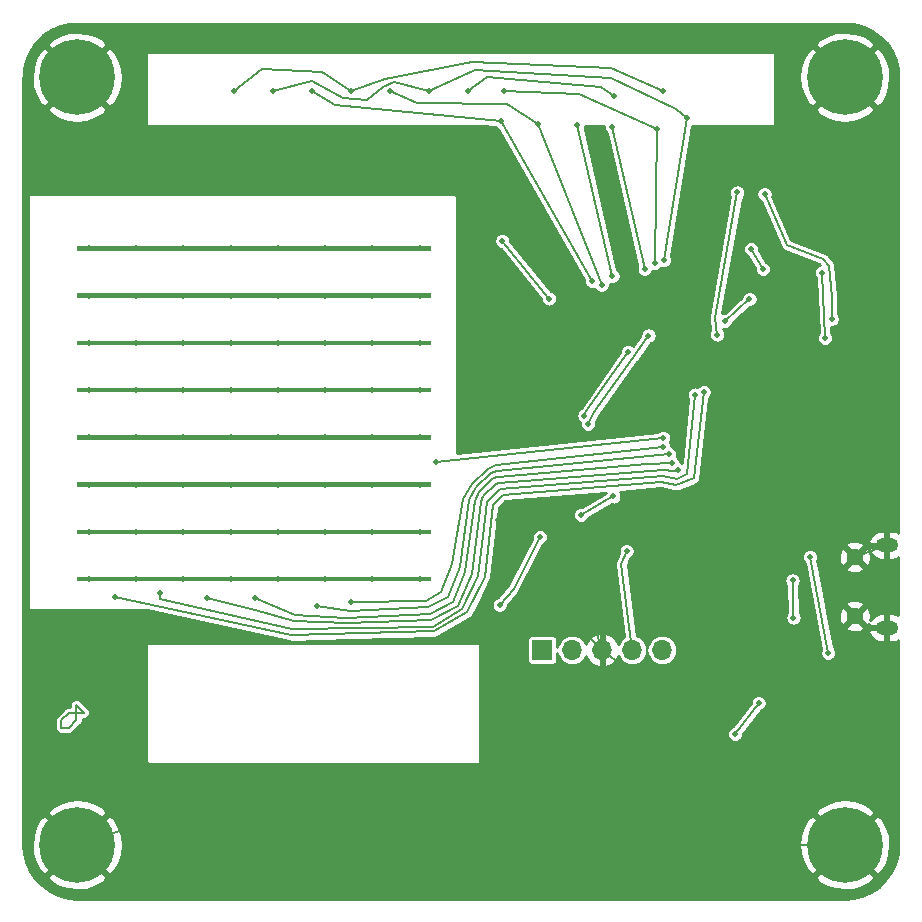
<source format=gbr>
G04 #@! TF.GenerationSoftware,KiCad,Pcbnew,(5.1.4)-1*
G04 #@! TF.CreationDate,2020-03-13T16:18:46-07:00*
G04 #@! TF.ProjectId,stm32F042cXt6_demo,73746d33-3246-4303-9432-635874365f64,rev?*
G04 #@! TF.SameCoordinates,Original*
G04 #@! TF.FileFunction,Copper,L2,Bot*
G04 #@! TF.FilePolarity,Positive*
%FSLAX46Y46*%
G04 Gerber Fmt 4.6, Leading zero omitted, Abs format (unit mm)*
G04 Created by KiCad (PCBNEW (5.1.4)-1) date 2020-03-13 16:18:46*
%MOMM*%
%LPD*%
G04 APERTURE LIST*
%ADD10O,1.700000X1.700000*%
%ADD11R,1.700000X1.700000*%
%ADD12C,0.100000*%
%ADD13C,0.381000*%
%ADD14O,1.900000X1.200000*%
%ADD15C,1.450000*%
%ADD16C,0.800000*%
%ADD17C,6.400000*%
%ADD18C,0.508000*%
%ADD19C,0.203200*%
%ADD20C,0.254000*%
G04 APERTURE END LIST*
D10*
X84540000Y-78500000D03*
X82000000Y-78500000D03*
X79460000Y-78500000D03*
X76920000Y-78500000D03*
D11*
X74380000Y-78500000D03*
D12*
G36*
X64948447Y-44309775D02*
G01*
X64953994Y-44310598D01*
X64959435Y-44311961D01*
X64964715Y-44313850D01*
X64969785Y-44316248D01*
X64974596Y-44319132D01*
X64979101Y-44322472D01*
X64983256Y-44326239D01*
X64987023Y-44330394D01*
X64990363Y-44334899D01*
X64993247Y-44339710D01*
X64995645Y-44344780D01*
X64997534Y-44350060D01*
X64998897Y-44355501D01*
X64999720Y-44361048D01*
X64999995Y-44366650D01*
X64999995Y-44633350D01*
X64999720Y-44638952D01*
X64998897Y-44644499D01*
X64997534Y-44649940D01*
X64995645Y-44655220D01*
X64993247Y-44660290D01*
X64990363Y-44665101D01*
X64987023Y-44669606D01*
X64983256Y-44673761D01*
X64979101Y-44677528D01*
X64974596Y-44680868D01*
X64969785Y-44683752D01*
X64964715Y-44686150D01*
X64959435Y-44688039D01*
X64953994Y-44689402D01*
X64948447Y-44690225D01*
X64942845Y-44690500D01*
X35057155Y-44690500D01*
X35051553Y-44690225D01*
X35046006Y-44689402D01*
X35040565Y-44688039D01*
X35035285Y-44686150D01*
X35030215Y-44683752D01*
X35025404Y-44680868D01*
X35020899Y-44677528D01*
X35016744Y-44673761D01*
X35012977Y-44669606D01*
X35009637Y-44665101D01*
X35006753Y-44660290D01*
X35004355Y-44655220D01*
X35002466Y-44649940D01*
X35001103Y-44644499D01*
X35000280Y-44638952D01*
X35000005Y-44633350D01*
X35000005Y-44366650D01*
X35000280Y-44361048D01*
X35001103Y-44355501D01*
X35002466Y-44350060D01*
X35004355Y-44344780D01*
X35006753Y-44339710D01*
X35009637Y-44334899D01*
X35012977Y-44330394D01*
X35016744Y-44326239D01*
X35020899Y-44322472D01*
X35025404Y-44319132D01*
X35030215Y-44316248D01*
X35035285Y-44313850D01*
X35040565Y-44311961D01*
X35046006Y-44310598D01*
X35051553Y-44309775D01*
X35057155Y-44309500D01*
X64942845Y-44309500D01*
X64948447Y-44309775D01*
X64948447Y-44309775D01*
G37*
D13*
X50000000Y-44500000D03*
D12*
G36*
X64948447Y-48309775D02*
G01*
X64953994Y-48310598D01*
X64959435Y-48311961D01*
X64964715Y-48313850D01*
X64969785Y-48316248D01*
X64974596Y-48319132D01*
X64979101Y-48322472D01*
X64983256Y-48326239D01*
X64987023Y-48330394D01*
X64990363Y-48334899D01*
X64993247Y-48339710D01*
X64995645Y-48344780D01*
X64997534Y-48350060D01*
X64998897Y-48355501D01*
X64999720Y-48361048D01*
X64999995Y-48366650D01*
X64999995Y-48633350D01*
X64999720Y-48638952D01*
X64998897Y-48644499D01*
X64997534Y-48649940D01*
X64995645Y-48655220D01*
X64993247Y-48660290D01*
X64990363Y-48665101D01*
X64987023Y-48669606D01*
X64983256Y-48673761D01*
X64979101Y-48677528D01*
X64974596Y-48680868D01*
X64969785Y-48683752D01*
X64964715Y-48686150D01*
X64959435Y-48688039D01*
X64953994Y-48689402D01*
X64948447Y-48690225D01*
X64942845Y-48690500D01*
X35057155Y-48690500D01*
X35051553Y-48690225D01*
X35046006Y-48689402D01*
X35040565Y-48688039D01*
X35035285Y-48686150D01*
X35030215Y-48683752D01*
X35025404Y-48680868D01*
X35020899Y-48677528D01*
X35016744Y-48673761D01*
X35012977Y-48669606D01*
X35009637Y-48665101D01*
X35006753Y-48660290D01*
X35004355Y-48655220D01*
X35002466Y-48649940D01*
X35001103Y-48644499D01*
X35000280Y-48638952D01*
X35000005Y-48633350D01*
X35000005Y-48366650D01*
X35000280Y-48361048D01*
X35001103Y-48355501D01*
X35002466Y-48350060D01*
X35004355Y-48344780D01*
X35006753Y-48339710D01*
X35009637Y-48334899D01*
X35012977Y-48330394D01*
X35016744Y-48326239D01*
X35020899Y-48322472D01*
X35025404Y-48319132D01*
X35030215Y-48316248D01*
X35035285Y-48313850D01*
X35040565Y-48311961D01*
X35046006Y-48310598D01*
X35051553Y-48309775D01*
X35057155Y-48309500D01*
X64942845Y-48309500D01*
X64948447Y-48309775D01*
X64948447Y-48309775D01*
G37*
D13*
X50000000Y-48500000D03*
D12*
G36*
X64948447Y-52309775D02*
G01*
X64953994Y-52310598D01*
X64959435Y-52311961D01*
X64964715Y-52313850D01*
X64969785Y-52316248D01*
X64974596Y-52319132D01*
X64979101Y-52322472D01*
X64983256Y-52326239D01*
X64987023Y-52330394D01*
X64990363Y-52334899D01*
X64993247Y-52339710D01*
X64995645Y-52344780D01*
X64997534Y-52350060D01*
X64998897Y-52355501D01*
X64999720Y-52361048D01*
X64999995Y-52366650D01*
X64999995Y-52633350D01*
X64999720Y-52638952D01*
X64998897Y-52644499D01*
X64997534Y-52649940D01*
X64995645Y-52655220D01*
X64993247Y-52660290D01*
X64990363Y-52665101D01*
X64987023Y-52669606D01*
X64983256Y-52673761D01*
X64979101Y-52677528D01*
X64974596Y-52680868D01*
X64969785Y-52683752D01*
X64964715Y-52686150D01*
X64959435Y-52688039D01*
X64953994Y-52689402D01*
X64948447Y-52690225D01*
X64942845Y-52690500D01*
X35057155Y-52690500D01*
X35051553Y-52690225D01*
X35046006Y-52689402D01*
X35040565Y-52688039D01*
X35035285Y-52686150D01*
X35030215Y-52683752D01*
X35025404Y-52680868D01*
X35020899Y-52677528D01*
X35016744Y-52673761D01*
X35012977Y-52669606D01*
X35009637Y-52665101D01*
X35006753Y-52660290D01*
X35004355Y-52655220D01*
X35002466Y-52649940D01*
X35001103Y-52644499D01*
X35000280Y-52638952D01*
X35000005Y-52633350D01*
X35000005Y-52366650D01*
X35000280Y-52361048D01*
X35001103Y-52355501D01*
X35002466Y-52350060D01*
X35004355Y-52344780D01*
X35006753Y-52339710D01*
X35009637Y-52334899D01*
X35012977Y-52330394D01*
X35016744Y-52326239D01*
X35020899Y-52322472D01*
X35025404Y-52319132D01*
X35030215Y-52316248D01*
X35035285Y-52313850D01*
X35040565Y-52311961D01*
X35046006Y-52310598D01*
X35051553Y-52309775D01*
X35057155Y-52309500D01*
X64942845Y-52309500D01*
X64948447Y-52309775D01*
X64948447Y-52309775D01*
G37*
D13*
X50000000Y-52500000D03*
D12*
G36*
X64948447Y-56309775D02*
G01*
X64953994Y-56310598D01*
X64959435Y-56311961D01*
X64964715Y-56313850D01*
X64969785Y-56316248D01*
X64974596Y-56319132D01*
X64979101Y-56322472D01*
X64983256Y-56326239D01*
X64987023Y-56330394D01*
X64990363Y-56334899D01*
X64993247Y-56339710D01*
X64995645Y-56344780D01*
X64997534Y-56350060D01*
X64998897Y-56355501D01*
X64999720Y-56361048D01*
X64999995Y-56366650D01*
X64999995Y-56633350D01*
X64999720Y-56638952D01*
X64998897Y-56644499D01*
X64997534Y-56649940D01*
X64995645Y-56655220D01*
X64993247Y-56660290D01*
X64990363Y-56665101D01*
X64987023Y-56669606D01*
X64983256Y-56673761D01*
X64979101Y-56677528D01*
X64974596Y-56680868D01*
X64969785Y-56683752D01*
X64964715Y-56686150D01*
X64959435Y-56688039D01*
X64953994Y-56689402D01*
X64948447Y-56690225D01*
X64942845Y-56690500D01*
X35057155Y-56690500D01*
X35051553Y-56690225D01*
X35046006Y-56689402D01*
X35040565Y-56688039D01*
X35035285Y-56686150D01*
X35030215Y-56683752D01*
X35025404Y-56680868D01*
X35020899Y-56677528D01*
X35016744Y-56673761D01*
X35012977Y-56669606D01*
X35009637Y-56665101D01*
X35006753Y-56660290D01*
X35004355Y-56655220D01*
X35002466Y-56649940D01*
X35001103Y-56644499D01*
X35000280Y-56638952D01*
X35000005Y-56633350D01*
X35000005Y-56366650D01*
X35000280Y-56361048D01*
X35001103Y-56355501D01*
X35002466Y-56350060D01*
X35004355Y-56344780D01*
X35006753Y-56339710D01*
X35009637Y-56334899D01*
X35012977Y-56330394D01*
X35016744Y-56326239D01*
X35020899Y-56322472D01*
X35025404Y-56319132D01*
X35030215Y-56316248D01*
X35035285Y-56313850D01*
X35040565Y-56311961D01*
X35046006Y-56310598D01*
X35051553Y-56309775D01*
X35057155Y-56309500D01*
X64942845Y-56309500D01*
X64948447Y-56309775D01*
X64948447Y-56309775D01*
G37*
D13*
X50000000Y-56500000D03*
D12*
G36*
X64948447Y-60309775D02*
G01*
X64953994Y-60310598D01*
X64959435Y-60311961D01*
X64964715Y-60313850D01*
X64969785Y-60316248D01*
X64974596Y-60319132D01*
X64979101Y-60322472D01*
X64983256Y-60326239D01*
X64987023Y-60330394D01*
X64990363Y-60334899D01*
X64993247Y-60339710D01*
X64995645Y-60344780D01*
X64997534Y-60350060D01*
X64998897Y-60355501D01*
X64999720Y-60361048D01*
X64999995Y-60366650D01*
X64999995Y-60633350D01*
X64999720Y-60638952D01*
X64998897Y-60644499D01*
X64997534Y-60649940D01*
X64995645Y-60655220D01*
X64993247Y-60660290D01*
X64990363Y-60665101D01*
X64987023Y-60669606D01*
X64983256Y-60673761D01*
X64979101Y-60677528D01*
X64974596Y-60680868D01*
X64969785Y-60683752D01*
X64964715Y-60686150D01*
X64959435Y-60688039D01*
X64953994Y-60689402D01*
X64948447Y-60690225D01*
X64942845Y-60690500D01*
X35057155Y-60690500D01*
X35051553Y-60690225D01*
X35046006Y-60689402D01*
X35040565Y-60688039D01*
X35035285Y-60686150D01*
X35030215Y-60683752D01*
X35025404Y-60680868D01*
X35020899Y-60677528D01*
X35016744Y-60673761D01*
X35012977Y-60669606D01*
X35009637Y-60665101D01*
X35006753Y-60660290D01*
X35004355Y-60655220D01*
X35002466Y-60649940D01*
X35001103Y-60644499D01*
X35000280Y-60638952D01*
X35000005Y-60633350D01*
X35000005Y-60366650D01*
X35000280Y-60361048D01*
X35001103Y-60355501D01*
X35002466Y-60350060D01*
X35004355Y-60344780D01*
X35006753Y-60339710D01*
X35009637Y-60334899D01*
X35012977Y-60330394D01*
X35016744Y-60326239D01*
X35020899Y-60322472D01*
X35025404Y-60319132D01*
X35030215Y-60316248D01*
X35035285Y-60313850D01*
X35040565Y-60311961D01*
X35046006Y-60310598D01*
X35051553Y-60309775D01*
X35057155Y-60309500D01*
X64942845Y-60309500D01*
X64948447Y-60309775D01*
X64948447Y-60309775D01*
G37*
D13*
X50000000Y-60500000D03*
D12*
G36*
X64948447Y-64309775D02*
G01*
X64953994Y-64310598D01*
X64959435Y-64311961D01*
X64964715Y-64313850D01*
X64969785Y-64316248D01*
X64974596Y-64319132D01*
X64979101Y-64322472D01*
X64983256Y-64326239D01*
X64987023Y-64330394D01*
X64990363Y-64334899D01*
X64993247Y-64339710D01*
X64995645Y-64344780D01*
X64997534Y-64350060D01*
X64998897Y-64355501D01*
X64999720Y-64361048D01*
X64999995Y-64366650D01*
X64999995Y-64633350D01*
X64999720Y-64638952D01*
X64998897Y-64644499D01*
X64997534Y-64649940D01*
X64995645Y-64655220D01*
X64993247Y-64660290D01*
X64990363Y-64665101D01*
X64987023Y-64669606D01*
X64983256Y-64673761D01*
X64979101Y-64677528D01*
X64974596Y-64680868D01*
X64969785Y-64683752D01*
X64964715Y-64686150D01*
X64959435Y-64688039D01*
X64953994Y-64689402D01*
X64948447Y-64690225D01*
X64942845Y-64690500D01*
X35057155Y-64690500D01*
X35051553Y-64690225D01*
X35046006Y-64689402D01*
X35040565Y-64688039D01*
X35035285Y-64686150D01*
X35030215Y-64683752D01*
X35025404Y-64680868D01*
X35020899Y-64677528D01*
X35016744Y-64673761D01*
X35012977Y-64669606D01*
X35009637Y-64665101D01*
X35006753Y-64660290D01*
X35004355Y-64655220D01*
X35002466Y-64649940D01*
X35001103Y-64644499D01*
X35000280Y-64638952D01*
X35000005Y-64633350D01*
X35000005Y-64366650D01*
X35000280Y-64361048D01*
X35001103Y-64355501D01*
X35002466Y-64350060D01*
X35004355Y-64344780D01*
X35006753Y-64339710D01*
X35009637Y-64334899D01*
X35012977Y-64330394D01*
X35016744Y-64326239D01*
X35020899Y-64322472D01*
X35025404Y-64319132D01*
X35030215Y-64316248D01*
X35035285Y-64313850D01*
X35040565Y-64311961D01*
X35046006Y-64310598D01*
X35051553Y-64309775D01*
X35057155Y-64309500D01*
X64942845Y-64309500D01*
X64948447Y-64309775D01*
X64948447Y-64309775D01*
G37*
D13*
X50000000Y-64500000D03*
D12*
G36*
X64948447Y-68309775D02*
G01*
X64953994Y-68310598D01*
X64959435Y-68311961D01*
X64964715Y-68313850D01*
X64969785Y-68316248D01*
X64974596Y-68319132D01*
X64979101Y-68322472D01*
X64983256Y-68326239D01*
X64987023Y-68330394D01*
X64990363Y-68334899D01*
X64993247Y-68339710D01*
X64995645Y-68344780D01*
X64997534Y-68350060D01*
X64998897Y-68355501D01*
X64999720Y-68361048D01*
X64999995Y-68366650D01*
X64999995Y-68633350D01*
X64999720Y-68638952D01*
X64998897Y-68644499D01*
X64997534Y-68649940D01*
X64995645Y-68655220D01*
X64993247Y-68660290D01*
X64990363Y-68665101D01*
X64987023Y-68669606D01*
X64983256Y-68673761D01*
X64979101Y-68677528D01*
X64974596Y-68680868D01*
X64969785Y-68683752D01*
X64964715Y-68686150D01*
X64959435Y-68688039D01*
X64953994Y-68689402D01*
X64948447Y-68690225D01*
X64942845Y-68690500D01*
X35057155Y-68690500D01*
X35051553Y-68690225D01*
X35046006Y-68689402D01*
X35040565Y-68688039D01*
X35035285Y-68686150D01*
X35030215Y-68683752D01*
X35025404Y-68680868D01*
X35020899Y-68677528D01*
X35016744Y-68673761D01*
X35012977Y-68669606D01*
X35009637Y-68665101D01*
X35006753Y-68660290D01*
X35004355Y-68655220D01*
X35002466Y-68649940D01*
X35001103Y-68644499D01*
X35000280Y-68638952D01*
X35000005Y-68633350D01*
X35000005Y-68366650D01*
X35000280Y-68361048D01*
X35001103Y-68355501D01*
X35002466Y-68350060D01*
X35004355Y-68344780D01*
X35006753Y-68339710D01*
X35009637Y-68334899D01*
X35012977Y-68330394D01*
X35016744Y-68326239D01*
X35020899Y-68322472D01*
X35025404Y-68319132D01*
X35030215Y-68316248D01*
X35035285Y-68313850D01*
X35040565Y-68311961D01*
X35046006Y-68310598D01*
X35051553Y-68309775D01*
X35057155Y-68309500D01*
X64942845Y-68309500D01*
X64948447Y-68309775D01*
X64948447Y-68309775D01*
G37*
D13*
X50000000Y-68500000D03*
D12*
G36*
X64948447Y-72309775D02*
G01*
X64953994Y-72310598D01*
X64959435Y-72311961D01*
X64964715Y-72313850D01*
X64969785Y-72316248D01*
X64974596Y-72319132D01*
X64979101Y-72322472D01*
X64983256Y-72326239D01*
X64987023Y-72330394D01*
X64990363Y-72334899D01*
X64993247Y-72339710D01*
X64995645Y-72344780D01*
X64997534Y-72350060D01*
X64998897Y-72355501D01*
X64999720Y-72361048D01*
X64999995Y-72366650D01*
X64999995Y-72633350D01*
X64999720Y-72638952D01*
X64998897Y-72644499D01*
X64997534Y-72649940D01*
X64995645Y-72655220D01*
X64993247Y-72660290D01*
X64990363Y-72665101D01*
X64987023Y-72669606D01*
X64983256Y-72673761D01*
X64979101Y-72677528D01*
X64974596Y-72680868D01*
X64969785Y-72683752D01*
X64964715Y-72686150D01*
X64959435Y-72688039D01*
X64953994Y-72689402D01*
X64948447Y-72690225D01*
X64942845Y-72690500D01*
X35057155Y-72690500D01*
X35051553Y-72690225D01*
X35046006Y-72689402D01*
X35040565Y-72688039D01*
X35035285Y-72686150D01*
X35030215Y-72683752D01*
X35025404Y-72680868D01*
X35020899Y-72677528D01*
X35016744Y-72673761D01*
X35012977Y-72669606D01*
X35009637Y-72665101D01*
X35006753Y-72660290D01*
X35004355Y-72655220D01*
X35002466Y-72649940D01*
X35001103Y-72644499D01*
X35000280Y-72638952D01*
X35000005Y-72633350D01*
X35000005Y-72366650D01*
X35000280Y-72361048D01*
X35001103Y-72355501D01*
X35002466Y-72350060D01*
X35004355Y-72344780D01*
X35006753Y-72339710D01*
X35009637Y-72334899D01*
X35012977Y-72330394D01*
X35016744Y-72326239D01*
X35020899Y-72322472D01*
X35025404Y-72319132D01*
X35030215Y-72316248D01*
X35035285Y-72313850D01*
X35040565Y-72311961D01*
X35046006Y-72310598D01*
X35051553Y-72309775D01*
X35057155Y-72309500D01*
X64942845Y-72309500D01*
X64948447Y-72309775D01*
X64948447Y-72309775D01*
G37*
D13*
X50000000Y-72500000D03*
D14*
X103537500Y-69620000D03*
X103537500Y-76620000D03*
D15*
X100837500Y-70620000D03*
X100837500Y-75620000D03*
D16*
X36697056Y-28302944D03*
X35000000Y-27600000D03*
X33302944Y-28302944D03*
X32600000Y-30000000D03*
X33302944Y-31697056D03*
X35000000Y-32400000D03*
X36697056Y-31697056D03*
X37400000Y-30000000D03*
D17*
X35000000Y-30000000D03*
D16*
X101697056Y-28302944D03*
X100000000Y-27600000D03*
X98302944Y-28302944D03*
X97600000Y-30000000D03*
X98302944Y-31697056D03*
X100000000Y-32400000D03*
X101697056Y-31697056D03*
X102400000Y-30000000D03*
D17*
X100000000Y-30000000D03*
D16*
X36697056Y-93302944D03*
X35000000Y-92600000D03*
X33302944Y-93302944D03*
X32600000Y-95000000D03*
X33302944Y-96697056D03*
X35000000Y-97400000D03*
X36697056Y-96697056D03*
X37400000Y-95000000D03*
D17*
X35000000Y-95000000D03*
D16*
X101697056Y-93302944D03*
X100000000Y-92600000D03*
X98302944Y-93302944D03*
X97600000Y-95000000D03*
X98302944Y-96697056D03*
X100000000Y-97400000D03*
X101697056Y-96697056D03*
X102400000Y-95000000D03*
D17*
X100000000Y-95000000D03*
D18*
X96125000Y-42650000D03*
X98825000Y-43700000D03*
X88150000Y-43275000D03*
X88725000Y-46100000D03*
X90975000Y-45350000D03*
X91875000Y-81725000D03*
X85050000Y-82850000D03*
X74475000Y-73650000D03*
X74875000Y-66550000D03*
X89425000Y-72800000D03*
X86675000Y-66700000D03*
X84675000Y-53950000D03*
X85950000Y-49200000D03*
X81700000Y-56425000D03*
X79025000Y-52975000D03*
X79675000Y-54600000D03*
X74875000Y-50975000D03*
X81575000Y-67800000D03*
X70600000Y-67525000D03*
X75500000Y-59325000D03*
X88900000Y-55975000D03*
X86375000Y-92650000D03*
X78350000Y-92275000D03*
X69150000Y-92500000D03*
X42700000Y-92500000D03*
X51800000Y-92450000D03*
X61050000Y-92475000D03*
X78400000Y-89200000D03*
X80411300Y-60061300D03*
X74850000Y-44325000D03*
X39550000Y-77450000D03*
X78325000Y-65725000D03*
X103650000Y-60450000D03*
X96975000Y-86675000D03*
X93450000Y-88025000D03*
X103550000Y-53525000D03*
X100250000Y-53825000D03*
X98703629Y-58321371D03*
X98575000Y-74225000D03*
X96923134Y-74423134D03*
X83375000Y-51875000D03*
X78267105Y-59367105D03*
X98325000Y-52075000D03*
X98050000Y-46550000D03*
X93050000Y-46250000D03*
X92050000Y-44550000D03*
X90725000Y-85600000D03*
X92700000Y-83000000D03*
X97050000Y-70600000D03*
X98600000Y-78750000D03*
X95575000Y-72600000D03*
X95650000Y-75750000D03*
X81625000Y-53250000D03*
X77950000Y-58650000D03*
X77650000Y-67050000D03*
X80400000Y-65500000D03*
X81525000Y-70125000D03*
X80275000Y-34225000D03*
X83050000Y-46225000D03*
X58222893Y-31207106D03*
X84622893Y-31207106D03*
X48322893Y-31207106D03*
X52000000Y-44500000D03*
X48000000Y-44500000D03*
X44000000Y-44500000D03*
X40000000Y-44500000D03*
X36000000Y-44500000D03*
X56000000Y-44500000D03*
X60000000Y-44500000D03*
X64000000Y-44500000D03*
X84700000Y-45500000D03*
X64822893Y-31207107D03*
X51622893Y-31207106D03*
X86650000Y-33450000D03*
X64000000Y-48500000D03*
X60000000Y-48500000D03*
X56000000Y-48500000D03*
X52000000Y-48500000D03*
X48000000Y-48500000D03*
X36000000Y-48500000D03*
X40000000Y-48500000D03*
X44000000Y-48500000D03*
X78575000Y-47250000D03*
X70900000Y-33750000D03*
X54922893Y-31207107D03*
X36000000Y-52500000D03*
X40000000Y-52500000D03*
X44000000Y-52500000D03*
X48000000Y-52500000D03*
X52000000Y-52500000D03*
X56000000Y-52500000D03*
X60000000Y-52500000D03*
X64000000Y-52500000D03*
X84625000Y-60525000D03*
X65375000Y-62550000D03*
X74025000Y-33975000D03*
X79400000Y-47600000D03*
X61522893Y-31207107D03*
X84625000Y-61300000D03*
X58150000Y-74425000D03*
X55350000Y-74800000D03*
X85125000Y-61925000D03*
X80325000Y-46850000D03*
X77350000Y-34050000D03*
X68122893Y-31207106D03*
X80421109Y-31628891D03*
X85350000Y-62675000D03*
X50025000Y-74125000D03*
X83900000Y-45725000D03*
X84100000Y-34400000D03*
X71125000Y-31200000D03*
X46000000Y-74125000D03*
X85900000Y-63275000D03*
X87325000Y-56875000D03*
X42025000Y-73675000D03*
X38200000Y-73975000D03*
X88050000Y-56650000D03*
X74950000Y-48750000D03*
X71000000Y-43850000D03*
X74175000Y-68925000D03*
X70775000Y-74675000D03*
X36000000Y-56500000D03*
X40000000Y-56500000D03*
X44000000Y-56500000D03*
X48000000Y-56500000D03*
X52000000Y-56500000D03*
X56000000Y-56500000D03*
X60000000Y-56500000D03*
X64000000Y-56500000D03*
X64000000Y-60500000D03*
X60000000Y-60500000D03*
X56000000Y-60500000D03*
X52000000Y-60500000D03*
X48000000Y-60500000D03*
X44000000Y-60500000D03*
X40000000Y-60500000D03*
X36000000Y-60500000D03*
X36000000Y-64500000D03*
X40000000Y-64500000D03*
X44000000Y-64500000D03*
X48000000Y-64500000D03*
X52000000Y-64500000D03*
X56000000Y-64500000D03*
X60000000Y-64500000D03*
X64000000Y-64500000D03*
X64000000Y-68500000D03*
X60000000Y-68500000D03*
X56000000Y-68500000D03*
X52000000Y-68500000D03*
X48000000Y-68500000D03*
X44000000Y-68500000D03*
X40000000Y-68500000D03*
X36000000Y-68500000D03*
X36000000Y-72500000D03*
X40000000Y-72500000D03*
X44000000Y-72500000D03*
X48000000Y-72500000D03*
X52000000Y-72500000D03*
X56000000Y-72500000D03*
X60000000Y-72500000D03*
X64000000Y-72500000D03*
X93200000Y-39900000D03*
X98875000Y-50500000D03*
X89200000Y-51800000D03*
X90890433Y-39759567D03*
X89850000Y-50650000D03*
X91925000Y-48775000D03*
D19*
X34925000Y-83185000D02*
X35560000Y-83820000D01*
X35560000Y-83820000D02*
X34290000Y-83820000D01*
X34290000Y-83820000D02*
X33655000Y-84455000D01*
X33655000Y-84455000D02*
X33655000Y-85090000D01*
X33655000Y-85090000D02*
X34290000Y-85090000D01*
X34290000Y-85090000D02*
X34925000Y-84455000D01*
X34925000Y-84455000D02*
X34925000Y-83185000D01*
X96125000Y-42650000D02*
X98825000Y-43700000D01*
X88150000Y-43275000D02*
X88725000Y-46100000D01*
X90975000Y-45350000D02*
X92175000Y-39475000D01*
X92175000Y-39475000D02*
X93075000Y-38800000D01*
X93075000Y-38800000D02*
X94725000Y-39475000D01*
X94725000Y-39475000D02*
X96125000Y-42650000D01*
X91875000Y-81725000D02*
X85050000Y-82850000D01*
X85050000Y-82850000D02*
X79460000Y-78500000D01*
X74475000Y-73650000D02*
X79460000Y-78500000D01*
X76175000Y-67950000D02*
X79460000Y-78500000D01*
X89425000Y-72800000D02*
X83725000Y-68050000D01*
X100837500Y-70620000D02*
X103537500Y-69620000D01*
X86675000Y-66700000D02*
X83725000Y-68050000D01*
X84675000Y-53950000D02*
X84175000Y-51475000D01*
X84175000Y-51475000D02*
X85950000Y-49200000D01*
X81700000Y-56425000D02*
X84675000Y-53950000D01*
X79025000Y-52975000D02*
X81950000Y-51425000D01*
X81950000Y-51425000D02*
X83700000Y-51175000D01*
X83700000Y-51175000D02*
X84175000Y-51475000D01*
X79675000Y-54600000D02*
X79025000Y-52975000D01*
X74875000Y-50975000D02*
X68025000Y-40975000D01*
X68025000Y-40975000D02*
X62825000Y-35675000D01*
X62825000Y-35675000D02*
X40525000Y-35775000D01*
X40525000Y-35775000D02*
X35000000Y-30000000D01*
X82725000Y-68325000D02*
X83725000Y-68050000D01*
X81575000Y-67800000D02*
X82725000Y-68325000D01*
X81575000Y-67800000D02*
X78025000Y-67950000D01*
X78025000Y-67950000D02*
X76225000Y-67850000D01*
X76225000Y-67850000D02*
X76066666Y-67833334D01*
X74875000Y-66550000D02*
X76066666Y-67833334D01*
X76066666Y-67833334D02*
X76175000Y-67950000D01*
X74875000Y-66550000D02*
X70600000Y-67525000D01*
X75500000Y-59325000D02*
X74875000Y-50975000D01*
X88900000Y-55975000D02*
X89050000Y-61375000D01*
X89050000Y-61375000D02*
X86675000Y-66700000D01*
X42700000Y-92500000D02*
X35000000Y-95000000D01*
X42700000Y-92500000D02*
X51800000Y-92450000D01*
X51800000Y-92450000D02*
X61050000Y-92475000D01*
X69150000Y-92500000D02*
X61050000Y-92475000D01*
X69150000Y-92500000D02*
X78350000Y-92275000D01*
X78350000Y-92275000D02*
X86375000Y-92650000D01*
X85050000Y-82850000D02*
X86375000Y-92650000D01*
X86375000Y-92650000D02*
X90525000Y-94900000D01*
X90525000Y-94900000D02*
X100000000Y-95000000D01*
X86525000Y-92875000D02*
X86375000Y-92650000D01*
X78400000Y-89200000D02*
X86525000Y-92875000D01*
X85050000Y-82850000D02*
X83225000Y-78975000D01*
X83225000Y-78975000D02*
X83300000Y-77200000D01*
X91875000Y-81725000D02*
X95950000Y-82275000D01*
X95950000Y-82275000D02*
X96975000Y-86675000D01*
X96975000Y-86675000D02*
X93450000Y-88025000D01*
X103550000Y-53525000D02*
X100250000Y-53825000D01*
X98625000Y-58550000D02*
X98703629Y-58321371D01*
X100250000Y-53825000D02*
X98703629Y-58321371D01*
X83375000Y-51875000D02*
X82000000Y-53825000D01*
X82000000Y-53825000D02*
X78725000Y-58375000D01*
X78725000Y-58375000D02*
X78325000Y-59225000D01*
X78325000Y-59225000D02*
X78267105Y-59367105D01*
X98325000Y-52075000D02*
X98050000Y-46550000D01*
X93050000Y-46250000D02*
X92050000Y-44550000D01*
X90725000Y-85600000D02*
X92700000Y-83000000D01*
X98600000Y-78750000D02*
X97050000Y-70600000D01*
X95575000Y-72600000D02*
X95650000Y-75750000D01*
X81625000Y-53250000D02*
X78125000Y-58300000D01*
X78125000Y-58300000D02*
X77950000Y-58650000D01*
X80400000Y-65500000D02*
X77650000Y-67050000D01*
X81075000Y-71200000D02*
X82000000Y-78500000D01*
X81525000Y-70125000D02*
X81075000Y-71200000D01*
X80275000Y-34225000D02*
X83050000Y-46225000D01*
X58222893Y-31207106D02*
X61075000Y-30125000D01*
X61075000Y-30125000D02*
X68425000Y-28700000D01*
X68425000Y-28700000D02*
X80200000Y-29200000D01*
X80200000Y-29200000D02*
X84622893Y-31207106D01*
X48322893Y-31207106D02*
X50625000Y-29325000D01*
X50625000Y-29325000D02*
X55700000Y-29525000D01*
X55700000Y-29525000D02*
X58222893Y-31207106D01*
X51622893Y-31207106D02*
X54900000Y-30325000D01*
X54900000Y-30325000D02*
X57500000Y-31800000D01*
X57500000Y-31800000D02*
X59575000Y-31975000D01*
X59575000Y-31975000D02*
X60925000Y-30875000D01*
X60925000Y-30875000D02*
X61850000Y-30450000D01*
X61850000Y-30450000D02*
X64822893Y-31207107D01*
X68675000Y-29425000D02*
X64822893Y-31207107D01*
X84700000Y-45500000D02*
X86650000Y-33450000D01*
X86650000Y-33450000D02*
X85725000Y-32725000D01*
X85725000Y-32725000D02*
X80175000Y-30100000D01*
X80175000Y-30100000D02*
X68675000Y-29425000D01*
X78575000Y-47250000D02*
X70900000Y-33750000D01*
X54922893Y-31207107D02*
X56850000Y-32350000D01*
X56850000Y-32350000D02*
X70900000Y-33750000D01*
X84625000Y-60525000D02*
X65375000Y-62550000D01*
X74025000Y-33975000D02*
X79400000Y-47600000D01*
X61522893Y-31207107D02*
X63775000Y-32175000D01*
X63775000Y-32175000D02*
X71425000Y-32275000D01*
X71425000Y-32275000D02*
X74025000Y-33975000D01*
X66750000Y-71225000D02*
X65850000Y-73625000D01*
X65850000Y-73625000D02*
X64500000Y-74375000D01*
X64500000Y-74375000D02*
X58150000Y-74425000D01*
X84625000Y-61300000D02*
X70500000Y-62850000D01*
X66750000Y-71225000D02*
X67700000Y-65700000D01*
X67700000Y-65700000D02*
X68400000Y-64425000D01*
X68400000Y-64425000D02*
X69775000Y-63150000D01*
X69775000Y-63150000D02*
X70500000Y-62850000D01*
X55350000Y-74800000D02*
X58125000Y-75200000D01*
X58125000Y-75200000D02*
X64700000Y-74900000D01*
X64700000Y-74900000D02*
X66375000Y-73975000D01*
X66375000Y-73975000D02*
X67425000Y-71450000D01*
X70575000Y-63325000D02*
X85125000Y-61925000D01*
X70575000Y-63325000D02*
X70075000Y-63550000D01*
X70075000Y-63550000D02*
X68750000Y-64725000D01*
X68750000Y-64725000D02*
X68150000Y-65800000D01*
X68150000Y-65800000D02*
X67425000Y-71450000D01*
X80325000Y-46850000D02*
X77350000Y-34050000D01*
X68122893Y-31207106D02*
X69700000Y-30000000D01*
X69700000Y-30000000D02*
X79325000Y-30800000D01*
X79325000Y-30800000D02*
X80421109Y-31628891D01*
X67875000Y-71925000D02*
X66800000Y-74475000D01*
X66800000Y-74475000D02*
X64850000Y-75475000D01*
X64850000Y-75475000D02*
X57750000Y-75750000D01*
X57750000Y-75750000D02*
X53425000Y-75525000D01*
X53425000Y-75525000D02*
X50025000Y-74125000D01*
X83275000Y-62750000D02*
X70675000Y-63825000D01*
X85350000Y-62675000D02*
X83275000Y-62750000D01*
X67875000Y-71925000D02*
X68650000Y-65875000D01*
X68650000Y-65875000D02*
X69000000Y-65100000D01*
X69000000Y-65100000D02*
X70250000Y-63975000D01*
X70250000Y-63975000D02*
X70675000Y-63825000D01*
X83900000Y-45725000D02*
X84100000Y-34400000D01*
X71125000Y-31200000D02*
X77475000Y-31425000D01*
X77475000Y-31425000D02*
X84100000Y-34400000D01*
X46000000Y-74125000D02*
X50075000Y-75125000D01*
X50075000Y-75125000D02*
X53400000Y-76025000D01*
X53400000Y-76025000D02*
X57875000Y-76175000D01*
X57875000Y-76175000D02*
X64950000Y-75975000D01*
X64950000Y-75975000D02*
X67225000Y-74750000D01*
X67225000Y-74750000D02*
X68450000Y-72050000D01*
X85500000Y-63350000D02*
X85900000Y-63275000D01*
X70750000Y-64350000D02*
X84625000Y-63250000D01*
X84625000Y-63250000D02*
X85500000Y-63350000D01*
X70750000Y-64350000D02*
X70500000Y-64450000D01*
X70500000Y-64450000D02*
X69400000Y-65500000D01*
X69400000Y-65500000D02*
X69200000Y-66000000D01*
X69200000Y-66000000D02*
X68450000Y-72050000D01*
X69375000Y-68825000D02*
X68975000Y-72275000D01*
X68975000Y-72275000D02*
X67625000Y-75050000D01*
X67625000Y-75050000D02*
X65100000Y-76525000D01*
X65100000Y-76525000D02*
X53200000Y-76700000D01*
X53200000Y-76700000D02*
X42025000Y-74150000D01*
X42025000Y-74150000D02*
X42025000Y-73675000D01*
X84600000Y-63775000D02*
X70825000Y-64875000D01*
X85750000Y-64025000D02*
X84600000Y-63775000D01*
X87325000Y-56875000D02*
X86625000Y-63600000D01*
X86625000Y-63600000D02*
X85750000Y-64025000D01*
X70825000Y-64875000D02*
X69725000Y-65975000D01*
X69725000Y-65975000D02*
X69375000Y-68825000D01*
X38200000Y-73975000D02*
X53075000Y-77250000D01*
X53075000Y-77250000D02*
X65225000Y-76925000D01*
X65225000Y-76925000D02*
X68050000Y-75325000D01*
X68050000Y-75325000D02*
X69500000Y-72300000D01*
X69500000Y-72300000D02*
X70175000Y-66250000D01*
X70175000Y-66250000D02*
X71025000Y-65400000D01*
X71025000Y-65400000D02*
X84475000Y-64275000D01*
X84475000Y-64275000D02*
X85700000Y-64525000D01*
X85700000Y-64525000D02*
X87200000Y-63975000D01*
X87200000Y-63975000D02*
X88050000Y-56650000D01*
X74950000Y-48750000D02*
X71000000Y-43850000D01*
X74175000Y-68925000D02*
X71950000Y-73300000D01*
X71950000Y-73300000D02*
X70775000Y-74675000D01*
X93200000Y-39900000D02*
X95075000Y-44200000D01*
X95075000Y-44200000D02*
X98175000Y-45400000D01*
X98175000Y-45400000D02*
X98675000Y-46025000D01*
X98675000Y-46025000D02*
X98900000Y-48575000D01*
X98900000Y-48575000D02*
X98875000Y-50500000D01*
X90890433Y-39759567D02*
X89025000Y-50375000D01*
X89025000Y-50375000D02*
X89200000Y-51800000D01*
X89850000Y-50650000D02*
X91925000Y-48775000D01*
D20*
G36*
X100804212Y-25530390D02*
G01*
X101583000Y-25743443D01*
X102311752Y-26091040D01*
X102967436Y-26562197D01*
X103529317Y-27142013D01*
X103979645Y-27812172D01*
X104304180Y-28551483D01*
X104493510Y-29340093D01*
X104543201Y-30016760D01*
X104543200Y-68571956D01*
X104477446Y-68527610D01*
X104252996Y-68433507D01*
X104014500Y-68385000D01*
X103664500Y-68385000D01*
X103664500Y-69493000D01*
X103684500Y-69493000D01*
X103684500Y-69747000D01*
X103664500Y-69747000D01*
X103664500Y-70855000D01*
X104014500Y-70855000D01*
X104252996Y-70806493D01*
X104477446Y-70712390D01*
X104543200Y-70668044D01*
X104543200Y-75571956D01*
X104477446Y-75527610D01*
X104252996Y-75433507D01*
X104014500Y-75385000D01*
X103664500Y-75385000D01*
X103664500Y-76493000D01*
X103684500Y-76493000D01*
X103684500Y-76747000D01*
X103664500Y-76747000D01*
X103664500Y-77855000D01*
X104014500Y-77855000D01*
X104252996Y-77806493D01*
X104477446Y-77712390D01*
X104543200Y-77668044D01*
X104543200Y-94979651D01*
X104469610Y-95804212D01*
X104256557Y-96583001D01*
X103908960Y-97311752D01*
X103437803Y-97967436D01*
X102857987Y-98529317D01*
X102187824Y-98979647D01*
X101448517Y-99304180D01*
X100659901Y-99493510D01*
X99983254Y-99543200D01*
X35020349Y-99543200D01*
X34195788Y-99469610D01*
X33416999Y-99256557D01*
X32688248Y-98908960D01*
X32032564Y-98437803D01*
X31470683Y-97857987D01*
X31365113Y-97700881D01*
X32478724Y-97700881D01*
X32838912Y-98190548D01*
X33502882Y-98550849D01*
X34224385Y-98774694D01*
X34975695Y-98853480D01*
X35727938Y-98784178D01*
X36452208Y-98569452D01*
X37120670Y-98217555D01*
X37161088Y-98190548D01*
X37521276Y-97700881D01*
X97478724Y-97700881D01*
X97838912Y-98190548D01*
X98502882Y-98550849D01*
X99224385Y-98774694D01*
X99975695Y-98853480D01*
X100727938Y-98784178D01*
X101452208Y-98569452D01*
X102120670Y-98217555D01*
X102161088Y-98190548D01*
X102521276Y-97700881D01*
X100000000Y-95179605D01*
X97478724Y-97700881D01*
X37521276Y-97700881D01*
X35000000Y-95179605D01*
X32478724Y-97700881D01*
X31365113Y-97700881D01*
X31020353Y-97187824D01*
X30695820Y-96448517D01*
X30506490Y-95659901D01*
X30456800Y-94983254D01*
X30456800Y-94975695D01*
X31146520Y-94975695D01*
X31215822Y-95727938D01*
X31430548Y-96452208D01*
X31782445Y-97120670D01*
X31809452Y-97161088D01*
X32299119Y-97521276D01*
X34820395Y-95000000D01*
X35179605Y-95000000D01*
X37700881Y-97521276D01*
X38190548Y-97161088D01*
X38550849Y-96497118D01*
X38774694Y-95775615D01*
X38853480Y-95024305D01*
X38849002Y-94975695D01*
X96146520Y-94975695D01*
X96215822Y-95727938D01*
X96430548Y-96452208D01*
X96782445Y-97120670D01*
X96809452Y-97161088D01*
X97299119Y-97521276D01*
X99820395Y-95000000D01*
X100179605Y-95000000D01*
X102700881Y-97521276D01*
X103190548Y-97161088D01*
X103550849Y-96497118D01*
X103774694Y-95775615D01*
X103853480Y-95024305D01*
X103784178Y-94272062D01*
X103569452Y-93547792D01*
X103217555Y-92879330D01*
X103190548Y-92838912D01*
X102700881Y-92478724D01*
X100179605Y-95000000D01*
X99820395Y-95000000D01*
X97299119Y-92478724D01*
X96809452Y-92838912D01*
X96449151Y-93502882D01*
X96225306Y-94224385D01*
X96146520Y-94975695D01*
X38849002Y-94975695D01*
X38784178Y-94272062D01*
X38569452Y-93547792D01*
X38217555Y-92879330D01*
X38190548Y-92838912D01*
X37700881Y-92478724D01*
X35179605Y-95000000D01*
X34820395Y-95000000D01*
X32299119Y-92478724D01*
X31809452Y-92838912D01*
X31449151Y-93502882D01*
X31225306Y-94224385D01*
X31146520Y-94975695D01*
X30456800Y-94975695D01*
X30456800Y-92299119D01*
X32478724Y-92299119D01*
X35000000Y-94820395D01*
X37521276Y-92299119D01*
X97478724Y-92299119D01*
X100000000Y-94820395D01*
X102521276Y-92299119D01*
X102161088Y-91809452D01*
X101497118Y-91449151D01*
X100775615Y-91225306D01*
X100024305Y-91146520D01*
X99272062Y-91215822D01*
X98547792Y-91430548D01*
X97879330Y-91782445D01*
X97838912Y-91809452D01*
X97478724Y-92299119D01*
X37521276Y-92299119D01*
X37161088Y-91809452D01*
X36497118Y-91449151D01*
X35775615Y-91225306D01*
X35024305Y-91146520D01*
X34272062Y-91215822D01*
X33547792Y-91430548D01*
X32879330Y-91782445D01*
X32838912Y-91809452D01*
X32478724Y-92299119D01*
X30456800Y-92299119D01*
X30456800Y-85090000D01*
X33119020Y-85090000D01*
X33129319Y-85194565D01*
X33159819Y-85295111D01*
X33209349Y-85387775D01*
X33276005Y-85468995D01*
X33357225Y-85535651D01*
X33449889Y-85585181D01*
X33550435Y-85615681D01*
X33628805Y-85623400D01*
X33628806Y-85623400D01*
X33655000Y-85625980D01*
X33681195Y-85623400D01*
X34263813Y-85623400D01*
X34290000Y-85625979D01*
X34316187Y-85623400D01*
X34316195Y-85623400D01*
X34394565Y-85615681D01*
X34495111Y-85585181D01*
X34587775Y-85535651D01*
X34668995Y-85468995D01*
X34685696Y-85448645D01*
X35283645Y-84850696D01*
X35303995Y-84833995D01*
X35370651Y-84752775D01*
X35420181Y-84660111D01*
X35450681Y-84559565D01*
X35458400Y-84481195D01*
X35458400Y-84481194D01*
X35460980Y-84455000D01*
X35458400Y-84428805D01*
X35458400Y-84353400D01*
X35533806Y-84353400D01*
X35560000Y-84355980D01*
X35586194Y-84353400D01*
X35586195Y-84353400D01*
X35664565Y-84345681D01*
X35765111Y-84315181D01*
X35857775Y-84265651D01*
X35938995Y-84198995D01*
X36005651Y-84117775D01*
X36055181Y-84025111D01*
X36085681Y-83924565D01*
X36095980Y-83820000D01*
X36085681Y-83715435D01*
X36055181Y-83614889D01*
X36005651Y-83522225D01*
X35938995Y-83441005D01*
X35918645Y-83424304D01*
X35320696Y-82826355D01*
X35303995Y-82806005D01*
X35222775Y-82739349D01*
X35130111Y-82689819D01*
X35029565Y-82659319D01*
X34925000Y-82649020D01*
X34820436Y-82659319D01*
X34719890Y-82689819D01*
X34627226Y-82739349D01*
X34586616Y-82772677D01*
X34546005Y-82806005D01*
X34505395Y-82855489D01*
X34479350Y-82887225D01*
X34479349Y-82887227D01*
X34429819Y-82979890D01*
X34399319Y-83080436D01*
X34389021Y-83185000D01*
X34391601Y-83211196D01*
X34391601Y-83286600D01*
X34316194Y-83286600D01*
X34290000Y-83284020D01*
X34263806Y-83286600D01*
X34263805Y-83286600D01*
X34185435Y-83294319D01*
X34084889Y-83324819D01*
X33992225Y-83374349D01*
X33911005Y-83441005D01*
X33894307Y-83461352D01*
X33296355Y-84059304D01*
X33276005Y-84076005D01*
X33209349Y-84157225D01*
X33159819Y-84249890D01*
X33129319Y-84350436D01*
X33121600Y-84428806D01*
X33121600Y-84428813D01*
X33119021Y-84455000D01*
X33121600Y-84481187D01*
X33121600Y-85063805D01*
X33119020Y-85090000D01*
X30456800Y-85090000D01*
X30456800Y-78000000D01*
X40873000Y-78000000D01*
X40873000Y-88000000D01*
X40875440Y-88024776D01*
X40882667Y-88048601D01*
X40894403Y-88070557D01*
X40910197Y-88089803D01*
X40929443Y-88105597D01*
X40951399Y-88117333D01*
X40975224Y-88124560D01*
X41000000Y-88127000D01*
X69000000Y-88127000D01*
X69024776Y-88124560D01*
X69048601Y-88117333D01*
X69070557Y-88105597D01*
X69089803Y-88089803D01*
X69105597Y-88070557D01*
X69117333Y-88048601D01*
X69124560Y-88024776D01*
X69127000Y-88000000D01*
X69127000Y-85532455D01*
X90039200Y-85532455D01*
X90039200Y-85667545D01*
X90065555Y-85800040D01*
X90117252Y-85924848D01*
X90192305Y-86037172D01*
X90287828Y-86132695D01*
X90400152Y-86207748D01*
X90524960Y-86259445D01*
X90657455Y-86285800D01*
X90792545Y-86285800D01*
X90925040Y-86259445D01*
X91049848Y-86207748D01*
X91162172Y-86132695D01*
X91257695Y-86037172D01*
X91332748Y-85924848D01*
X91384445Y-85800040D01*
X91410800Y-85667545D01*
X91410800Y-85578988D01*
X92863375Y-83666738D01*
X92900040Y-83659445D01*
X93024848Y-83607748D01*
X93137172Y-83532695D01*
X93232695Y-83437172D01*
X93307748Y-83324848D01*
X93359445Y-83200040D01*
X93385800Y-83067545D01*
X93385800Y-82932455D01*
X93359445Y-82799960D01*
X93307748Y-82675152D01*
X93232695Y-82562828D01*
X93137172Y-82467305D01*
X93024848Y-82392252D01*
X92900040Y-82340555D01*
X92767545Y-82314200D01*
X92632455Y-82314200D01*
X92499960Y-82340555D01*
X92375152Y-82392252D01*
X92262828Y-82467305D01*
X92167305Y-82562828D01*
X92092252Y-82675152D01*
X92040555Y-82799960D01*
X92014200Y-82932455D01*
X92014200Y-83021011D01*
X90561626Y-84933262D01*
X90524960Y-84940555D01*
X90400152Y-84992252D01*
X90287828Y-85067305D01*
X90192305Y-85162828D01*
X90117252Y-85275152D01*
X90065555Y-85399960D01*
X90039200Y-85532455D01*
X69127000Y-85532455D01*
X69127000Y-78000000D01*
X69124560Y-77975224D01*
X69117333Y-77951399D01*
X69105597Y-77929443D01*
X69089803Y-77910197D01*
X69070557Y-77894403D01*
X69048601Y-77882667D01*
X69024776Y-77875440D01*
X69000000Y-77873000D01*
X41000000Y-77873000D01*
X40975224Y-77875440D01*
X40951399Y-77882667D01*
X40929443Y-77894403D01*
X40910197Y-77910197D01*
X40894403Y-77929443D01*
X40882667Y-77951399D01*
X40875440Y-77975224D01*
X40873000Y-78000000D01*
X30456800Y-78000000D01*
X30456800Y-40000000D01*
X30873000Y-40000000D01*
X30873000Y-75000000D01*
X30875440Y-75024776D01*
X30882667Y-75048601D01*
X30894403Y-75070557D01*
X30910197Y-75089803D01*
X30929443Y-75105597D01*
X30951399Y-75117333D01*
X30975224Y-75124560D01*
X31000000Y-75127000D01*
X40951649Y-75127000D01*
X52947027Y-77767999D01*
X52984529Y-77778289D01*
X53024397Y-77781141D01*
X53064088Y-77785868D01*
X53102865Y-77782845D01*
X58069212Y-77650000D01*
X73096111Y-77650000D01*
X73096111Y-79350000D01*
X73104448Y-79434648D01*
X73129139Y-79516042D01*
X73169234Y-79591056D01*
X73223194Y-79656806D01*
X73288944Y-79710766D01*
X73363958Y-79750861D01*
X73445352Y-79775552D01*
X73530000Y-79783889D01*
X75230000Y-79783889D01*
X75314648Y-79775552D01*
X75396042Y-79750861D01*
X75471056Y-79710766D01*
X75536806Y-79656806D01*
X75590766Y-79591056D01*
X75630861Y-79516042D01*
X75655552Y-79434648D01*
X75663889Y-79350000D01*
X75663889Y-78774821D01*
X75730041Y-78992897D01*
X75849065Y-79215576D01*
X76009245Y-79410755D01*
X76204424Y-79570935D01*
X76427103Y-79689959D01*
X76668723Y-79763253D01*
X76857031Y-79781800D01*
X76982969Y-79781800D01*
X77171277Y-79763253D01*
X77412897Y-79689959D01*
X77635576Y-79570935D01*
X77830755Y-79410755D01*
X77990935Y-79215576D01*
X78083995Y-79041472D01*
X78115843Y-79131252D01*
X78264822Y-79381355D01*
X78459731Y-79597588D01*
X78693080Y-79771641D01*
X78955901Y-79896825D01*
X79103110Y-79941476D01*
X79333000Y-79820155D01*
X79333000Y-78627000D01*
X79313000Y-78627000D01*
X79313000Y-78373000D01*
X79333000Y-78373000D01*
X79333000Y-77179845D01*
X79587000Y-77179845D01*
X79587000Y-78373000D01*
X79607000Y-78373000D01*
X79607000Y-78627000D01*
X79587000Y-78627000D01*
X79587000Y-79820155D01*
X79816890Y-79941476D01*
X79964099Y-79896825D01*
X80226920Y-79771641D01*
X80460269Y-79597588D01*
X80655178Y-79381355D01*
X80804157Y-79131252D01*
X80836005Y-79041472D01*
X80929065Y-79215576D01*
X81089245Y-79410755D01*
X81284424Y-79570935D01*
X81507103Y-79689959D01*
X81748723Y-79763253D01*
X81937031Y-79781800D01*
X82062969Y-79781800D01*
X82251277Y-79763253D01*
X82492897Y-79689959D01*
X82715576Y-79570935D01*
X82910755Y-79410755D01*
X83070935Y-79215576D01*
X83189959Y-78992897D01*
X83263253Y-78751277D01*
X83270000Y-78682775D01*
X83276747Y-78751277D01*
X83350041Y-78992897D01*
X83469065Y-79215576D01*
X83629245Y-79410755D01*
X83824424Y-79570935D01*
X84047103Y-79689959D01*
X84288723Y-79763253D01*
X84477031Y-79781800D01*
X84602969Y-79781800D01*
X84791277Y-79763253D01*
X85032897Y-79689959D01*
X85255576Y-79570935D01*
X85450755Y-79410755D01*
X85610935Y-79215576D01*
X85729959Y-78992897D01*
X85803253Y-78751277D01*
X85828002Y-78500000D01*
X85803253Y-78248723D01*
X85729959Y-78007103D01*
X85610935Y-77784424D01*
X85450755Y-77589245D01*
X85255576Y-77429065D01*
X85032897Y-77310041D01*
X84791277Y-77236747D01*
X84602969Y-77218200D01*
X84477031Y-77218200D01*
X84288723Y-77236747D01*
X84047103Y-77310041D01*
X83824424Y-77429065D01*
X83629245Y-77589245D01*
X83469065Y-77784424D01*
X83350041Y-78007103D01*
X83276747Y-78248723D01*
X83270000Y-78317225D01*
X83263253Y-78248723D01*
X83189959Y-78007103D01*
X83070935Y-77784424D01*
X82910755Y-77589245D01*
X82715576Y-77429065D01*
X82492897Y-77310041D01*
X82382644Y-77276596D01*
X81781503Y-72532455D01*
X94889200Y-72532455D01*
X94889200Y-72667545D01*
X94915555Y-72800040D01*
X94967252Y-72924848D01*
X95042305Y-73037172D01*
X95052091Y-73046958D01*
X95106428Y-75329107D01*
X95042252Y-75425152D01*
X94990555Y-75549960D01*
X94964200Y-75682455D01*
X94964200Y-75817545D01*
X94990555Y-75950040D01*
X95042252Y-76074848D01*
X95117305Y-76187172D01*
X95212828Y-76282695D01*
X95325152Y-76357748D01*
X95449960Y-76409445D01*
X95582455Y-76435800D01*
X95717545Y-76435800D01*
X95850040Y-76409445D01*
X95974848Y-76357748D01*
X96087172Y-76282695D01*
X96182695Y-76187172D01*
X96257748Y-76074848D01*
X96309445Y-75950040D01*
X96335800Y-75817545D01*
X96335800Y-75682455D01*
X96309445Y-75549960D01*
X96257748Y-75425152D01*
X96182695Y-75312828D01*
X96172909Y-75303042D01*
X96118572Y-73020893D01*
X96182748Y-72924848D01*
X96234445Y-72800040D01*
X96260800Y-72667545D01*
X96260800Y-72532455D01*
X96234445Y-72399960D01*
X96182748Y-72275152D01*
X96107695Y-72162828D01*
X96012172Y-72067305D01*
X95899848Y-71992252D01*
X95775040Y-71940555D01*
X95642545Y-71914200D01*
X95507455Y-71914200D01*
X95374960Y-71940555D01*
X95250152Y-71992252D01*
X95137828Y-72067305D01*
X95042305Y-72162828D01*
X94967252Y-72275152D01*
X94915555Y-72399960D01*
X94889200Y-72532455D01*
X81781503Y-72532455D01*
X81622094Y-71274422D01*
X81848631Y-70733252D01*
X81849848Y-70732748D01*
X81962172Y-70657695D01*
X82057695Y-70562172D01*
X82077551Y-70532455D01*
X96364200Y-70532455D01*
X96364200Y-70667545D01*
X96390555Y-70800040D01*
X96442252Y-70924848D01*
X96517305Y-71037172D01*
X96607298Y-71127165D01*
X97994592Y-78421650D01*
X97992252Y-78425152D01*
X97940555Y-78549960D01*
X97914200Y-78682455D01*
X97914200Y-78817545D01*
X97940555Y-78950040D01*
X97992252Y-79074848D01*
X98067305Y-79187172D01*
X98162828Y-79282695D01*
X98275152Y-79357748D01*
X98399960Y-79409445D01*
X98532455Y-79435800D01*
X98667545Y-79435800D01*
X98800040Y-79409445D01*
X98924848Y-79357748D01*
X99037172Y-79282695D01*
X99132695Y-79187172D01*
X99207748Y-79074848D01*
X99259445Y-78950040D01*
X99285800Y-78817545D01*
X99285800Y-78682455D01*
X99259445Y-78549960D01*
X99207748Y-78425152D01*
X99132695Y-78312828D01*
X99042702Y-78222835D01*
X98726293Y-76559133D01*
X100077972Y-76559133D01*
X100140465Y-76795450D01*
X100383178Y-76908850D01*
X100643349Y-76972719D01*
X100910982Y-76984604D01*
X101175791Y-76944048D01*
X101193523Y-76937609D01*
X101994038Y-76937609D01*
X101997909Y-76975282D01*
X102090079Y-77200533D01*
X102224422Y-77403474D01*
X102395775Y-77576307D01*
X102597554Y-77712390D01*
X102822004Y-77806493D01*
X103060500Y-77855000D01*
X103410500Y-77855000D01*
X103410500Y-76747000D01*
X102118769Y-76747000D01*
X101994038Y-76937609D01*
X101193523Y-76937609D01*
X101427600Y-76852609D01*
X101534535Y-76795450D01*
X101597028Y-76559133D01*
X100837500Y-75799605D01*
X100077972Y-76559133D01*
X98726293Y-76559133D01*
X98561660Y-75693482D01*
X99472896Y-75693482D01*
X99513452Y-75958291D01*
X99604891Y-76210100D01*
X99662050Y-76317035D01*
X99898367Y-76379528D01*
X100657895Y-75620000D01*
X101017105Y-75620000D01*
X101776633Y-76379528D01*
X102004997Y-76319138D01*
X102118769Y-76493000D01*
X103410500Y-76493000D01*
X103410500Y-75385000D01*
X103060500Y-75385000D01*
X102822004Y-75433507D01*
X102597554Y-75527610D01*
X102395775Y-75663693D01*
X102224422Y-75836526D01*
X102161329Y-75931836D01*
X102190219Y-75814151D01*
X102202104Y-75546518D01*
X102161548Y-75281709D01*
X102070109Y-75029900D01*
X102012950Y-74922965D01*
X101776633Y-74860472D01*
X101017105Y-75620000D01*
X100657895Y-75620000D01*
X99898367Y-74860472D01*
X99662050Y-74922965D01*
X99548650Y-75165678D01*
X99484781Y-75425849D01*
X99472896Y-75693482D01*
X98561660Y-75693482D01*
X98369077Y-74680867D01*
X100077972Y-74680867D01*
X100837500Y-75440395D01*
X101597028Y-74680867D01*
X101534535Y-74444550D01*
X101291822Y-74331150D01*
X101031651Y-74267281D01*
X100764018Y-74255396D01*
X100499209Y-74295952D01*
X100247400Y-74387391D01*
X100140465Y-74444550D01*
X100077972Y-74680867D01*
X98369077Y-74680867D01*
X97775372Y-71559133D01*
X100077972Y-71559133D01*
X100140465Y-71795450D01*
X100383178Y-71908850D01*
X100643349Y-71972719D01*
X100910982Y-71984604D01*
X101175791Y-71944048D01*
X101427600Y-71852609D01*
X101534535Y-71795450D01*
X101597028Y-71559133D01*
X100837500Y-70799605D01*
X100077972Y-71559133D01*
X97775372Y-71559133D01*
X97655407Y-70928351D01*
X97657748Y-70924848D01*
X97709445Y-70800040D01*
X97730640Y-70693482D01*
X99472896Y-70693482D01*
X99513452Y-70958291D01*
X99604891Y-71210100D01*
X99662050Y-71317035D01*
X99898367Y-71379528D01*
X100657895Y-70620000D01*
X101017105Y-70620000D01*
X101776633Y-71379528D01*
X102012950Y-71317035D01*
X102126350Y-71074322D01*
X102190219Y-70814151D01*
X102202104Y-70546518D01*
X102166885Y-70316558D01*
X102224422Y-70403474D01*
X102395775Y-70576307D01*
X102597554Y-70712390D01*
X102822004Y-70806493D01*
X103060500Y-70855000D01*
X103410500Y-70855000D01*
X103410500Y-69747000D01*
X102118769Y-69747000D01*
X102004997Y-69920862D01*
X101776633Y-69860472D01*
X101017105Y-70620000D01*
X100657895Y-70620000D01*
X99898367Y-69860472D01*
X99662050Y-69922965D01*
X99548650Y-70165678D01*
X99484781Y-70425849D01*
X99472896Y-70693482D01*
X97730640Y-70693482D01*
X97735800Y-70667545D01*
X97735800Y-70532455D01*
X97709445Y-70399960D01*
X97657748Y-70275152D01*
X97582695Y-70162828D01*
X97487172Y-70067305D01*
X97374848Y-69992252D01*
X97250040Y-69940555D01*
X97117545Y-69914200D01*
X96982455Y-69914200D01*
X96849960Y-69940555D01*
X96725152Y-69992252D01*
X96612828Y-70067305D01*
X96517305Y-70162828D01*
X96442252Y-70275152D01*
X96390555Y-70399960D01*
X96364200Y-70532455D01*
X82077551Y-70532455D01*
X82132748Y-70449848D01*
X82184445Y-70325040D01*
X82210800Y-70192545D01*
X82210800Y-70057455D01*
X82184445Y-69924960D01*
X82132748Y-69800152D01*
X82057695Y-69687828D01*
X82050734Y-69680867D01*
X100077972Y-69680867D01*
X100837500Y-70440395D01*
X101597028Y-69680867D01*
X101534535Y-69444550D01*
X101291822Y-69331150D01*
X101174672Y-69302391D01*
X101994038Y-69302391D01*
X102118769Y-69493000D01*
X103410500Y-69493000D01*
X103410500Y-68385000D01*
X103060500Y-68385000D01*
X102822004Y-68433507D01*
X102597554Y-68527610D01*
X102395775Y-68663693D01*
X102224422Y-68836526D01*
X102090079Y-69039467D01*
X101997909Y-69264718D01*
X101994038Y-69302391D01*
X101174672Y-69302391D01*
X101031651Y-69267281D01*
X100764018Y-69255396D01*
X100499209Y-69295952D01*
X100247400Y-69387391D01*
X100140465Y-69444550D01*
X100077972Y-69680867D01*
X82050734Y-69680867D01*
X81962172Y-69592305D01*
X81849848Y-69517252D01*
X81725040Y-69465555D01*
X81592545Y-69439200D01*
X81457455Y-69439200D01*
X81324960Y-69465555D01*
X81200152Y-69517252D01*
X81087828Y-69592305D01*
X80992305Y-69687828D01*
X80917252Y-69800152D01*
X80865555Y-69924960D01*
X80839200Y-70057455D01*
X80839200Y-70192545D01*
X80864737Y-70320926D01*
X80599975Y-70953414D01*
X80595452Y-70960609D01*
X80579718Y-71001806D01*
X80572856Y-71018198D01*
X80570374Y-71026270D01*
X80557964Y-71058764D01*
X80554967Y-71076385D01*
X80549714Y-71093470D01*
X80546175Y-71128070D01*
X80540345Y-71162347D01*
X80540843Y-71180210D01*
X80539024Y-71197995D01*
X80542304Y-71232624D01*
X80542539Y-71241064D01*
X80544773Y-71258692D01*
X80548931Y-71302597D01*
X80551368Y-71310739D01*
X81323957Y-77407934D01*
X81284424Y-77429065D01*
X81089245Y-77589245D01*
X80929065Y-77784424D01*
X80836005Y-77958528D01*
X80804157Y-77868748D01*
X80655178Y-77618645D01*
X80460269Y-77402412D01*
X80226920Y-77228359D01*
X79964099Y-77103175D01*
X79816890Y-77058524D01*
X79587000Y-77179845D01*
X79333000Y-77179845D01*
X79103110Y-77058524D01*
X78955901Y-77103175D01*
X78693080Y-77228359D01*
X78459731Y-77402412D01*
X78264822Y-77618645D01*
X78115843Y-77868748D01*
X78083995Y-77958528D01*
X77990935Y-77784424D01*
X77830755Y-77589245D01*
X77635576Y-77429065D01*
X77412897Y-77310041D01*
X77171277Y-77236747D01*
X76982969Y-77218200D01*
X76857031Y-77218200D01*
X76668723Y-77236747D01*
X76427103Y-77310041D01*
X76204424Y-77429065D01*
X76009245Y-77589245D01*
X75849065Y-77784424D01*
X75730041Y-78007103D01*
X75663889Y-78225179D01*
X75663889Y-77650000D01*
X75655552Y-77565352D01*
X75630861Y-77483958D01*
X75590766Y-77408944D01*
X75536806Y-77343194D01*
X75471056Y-77289234D01*
X75396042Y-77249139D01*
X75314648Y-77224448D01*
X75230000Y-77216111D01*
X73530000Y-77216111D01*
X73445352Y-77224448D01*
X73363958Y-77249139D01*
X73288944Y-77289234D01*
X73223194Y-77343194D01*
X73169234Y-77408944D01*
X73129139Y-77483958D01*
X73104448Y-77565352D01*
X73096111Y-77650000D01*
X58069212Y-77650000D01*
X65238743Y-77458222D01*
X65290560Y-77456955D01*
X65316850Y-77451054D01*
X65343584Y-77447697D01*
X65367991Y-77439574D01*
X65393079Y-77433943D01*
X65417706Y-77423029D01*
X65443278Y-77414519D01*
X65488293Y-77388888D01*
X68294606Y-75799473D01*
X68323156Y-75786151D01*
X68361316Y-75758156D01*
X68400050Y-75730881D01*
X68403658Y-75727093D01*
X68407873Y-75724000D01*
X68439816Y-75689122D01*
X68472508Y-75654791D01*
X68475312Y-75650364D01*
X68478837Y-75646515D01*
X68503354Y-75606089D01*
X68528728Y-75566027D01*
X68540076Y-75536615D01*
X68985458Y-74607455D01*
X70089200Y-74607455D01*
X70089200Y-74742545D01*
X70115555Y-74875040D01*
X70167252Y-74999848D01*
X70242305Y-75112172D01*
X70337828Y-75207695D01*
X70450152Y-75282748D01*
X70574960Y-75334445D01*
X70707455Y-75360800D01*
X70842545Y-75360800D01*
X70975040Y-75334445D01*
X71099848Y-75282748D01*
X71212172Y-75207695D01*
X71307695Y-75112172D01*
X71382748Y-74999848D01*
X71434445Y-74875040D01*
X71460800Y-74742545D01*
X71460800Y-74693521D01*
X72345502Y-73658233D01*
X72371164Y-73631503D01*
X72393652Y-73596316D01*
X72417570Y-73562017D01*
X72432444Y-73528036D01*
X74454856Y-69551384D01*
X74499848Y-69532748D01*
X74612172Y-69457695D01*
X74707695Y-69362172D01*
X74782748Y-69249848D01*
X74834445Y-69125040D01*
X74860800Y-68992545D01*
X74860800Y-68857455D01*
X74834445Y-68724960D01*
X74782748Y-68600152D01*
X74707695Y-68487828D01*
X74612172Y-68392305D01*
X74499848Y-68317252D01*
X74375040Y-68265555D01*
X74242545Y-68239200D01*
X74107455Y-68239200D01*
X73974960Y-68265555D01*
X73850152Y-68317252D01*
X73737828Y-68392305D01*
X73642305Y-68487828D01*
X73567252Y-68600152D01*
X73515555Y-68724960D01*
X73489200Y-68857455D01*
X73489200Y-68992545D01*
X73504110Y-69067501D01*
X71503301Y-73001678D01*
X70649582Y-74000712D01*
X70574960Y-74015555D01*
X70450152Y-74067252D01*
X70337828Y-74142305D01*
X70242305Y-74237828D01*
X70167252Y-74350152D01*
X70115555Y-74474960D01*
X70089200Y-74607455D01*
X68985458Y-74607455D01*
X69963096Y-72567904D01*
X69969384Y-72558752D01*
X69985749Y-72520646D01*
X69992319Y-72506939D01*
X69996099Y-72496544D01*
X70010845Y-72462208D01*
X70014016Y-72447276D01*
X70019233Y-72432932D01*
X70024908Y-72395995D01*
X70027206Y-72385178D01*
X70028891Y-72370078D01*
X70035190Y-72329081D01*
X70034703Y-72317985D01*
X70684379Y-66494962D01*
X71264076Y-65915265D01*
X79780757Y-65202904D01*
X79762475Y-65247040D01*
X77764017Y-66373444D01*
X77717545Y-66364200D01*
X77582455Y-66364200D01*
X77449960Y-66390555D01*
X77325152Y-66442252D01*
X77212828Y-66517305D01*
X77117305Y-66612828D01*
X77042252Y-66725152D01*
X76990555Y-66849960D01*
X76964200Y-66982455D01*
X76964200Y-67117545D01*
X76990555Y-67250040D01*
X77042252Y-67374848D01*
X77117305Y-67487172D01*
X77212828Y-67582695D01*
X77325152Y-67657748D01*
X77449960Y-67709445D01*
X77582455Y-67735800D01*
X77717545Y-67735800D01*
X77850040Y-67709445D01*
X77974848Y-67657748D01*
X78087172Y-67582695D01*
X78182695Y-67487172D01*
X78257748Y-67374848D01*
X78287525Y-67302959D01*
X80285984Y-66176556D01*
X80332455Y-66185800D01*
X80467545Y-66185800D01*
X80600040Y-66159445D01*
X80724848Y-66107748D01*
X80837172Y-66032695D01*
X80932695Y-65937172D01*
X81007748Y-65824848D01*
X81059445Y-65700040D01*
X81085800Y-65567545D01*
X81085800Y-65432455D01*
X81059445Y-65299960D01*
X81007748Y-65175152D01*
X80960364Y-65104238D01*
X84443265Y-64812917D01*
X85558159Y-65040447D01*
X85573844Y-65045921D01*
X85609505Y-65050926D01*
X85619007Y-65052865D01*
X85635448Y-65054567D01*
X85677895Y-65060524D01*
X85687637Y-65059969D01*
X85697338Y-65060973D01*
X85740009Y-65056984D01*
X85782794Y-65054546D01*
X85792236Y-65052102D01*
X85801952Y-65051194D01*
X85843028Y-65038956D01*
X85859031Y-65034814D01*
X85868138Y-65031475D01*
X85902648Y-65021193D01*
X85917337Y-65013435D01*
X87340348Y-64491665D01*
X87346665Y-64490522D01*
X87389553Y-64473623D01*
X87408219Y-64466779D01*
X87413985Y-64463996D01*
X87444421Y-64452004D01*
X87461184Y-64441219D01*
X87479142Y-64432553D01*
X87505278Y-64412850D01*
X87532783Y-64395154D01*
X87547116Y-64381310D01*
X87563042Y-64369304D01*
X87584832Y-64344881D01*
X87608356Y-64322159D01*
X87619715Y-64305782D01*
X87632991Y-64290901D01*
X87649595Y-64262701D01*
X87668237Y-64235822D01*
X87676183Y-64217542D01*
X87686300Y-64200359D01*
X87697084Y-64169459D01*
X87710124Y-64139461D01*
X87714350Y-64119987D01*
X87720922Y-64101157D01*
X87725470Y-64068746D01*
X87726825Y-64062504D01*
X87729111Y-64042803D01*
X87735524Y-63997106D01*
X87735158Y-63990690D01*
X88530151Y-57139716D01*
X88582695Y-57087172D01*
X88657748Y-56974848D01*
X88709445Y-56850040D01*
X88735800Y-56717545D01*
X88735800Y-56582455D01*
X88709445Y-56449960D01*
X88657748Y-56325152D01*
X88582695Y-56212828D01*
X88487172Y-56117305D01*
X88374848Y-56042252D01*
X88250040Y-55990555D01*
X88117545Y-55964200D01*
X87982455Y-55964200D01*
X87849960Y-55990555D01*
X87725152Y-56042252D01*
X87612828Y-56117305D01*
X87517305Y-56212828D01*
X87516604Y-56213877D01*
X87392545Y-56189200D01*
X87257455Y-56189200D01*
X87124960Y-56215555D01*
X87000152Y-56267252D01*
X86887828Y-56342305D01*
X86792305Y-56437828D01*
X86717252Y-56550152D01*
X86665555Y-56674960D01*
X86639200Y-56807455D01*
X86639200Y-56942545D01*
X86665555Y-57075040D01*
X86717252Y-57199848D01*
X86749830Y-57248604D01*
X86187421Y-62651749D01*
X86100040Y-62615555D01*
X86034831Y-62602584D01*
X86009445Y-62474960D01*
X85957748Y-62350152D01*
X85882695Y-62237828D01*
X85787172Y-62142305D01*
X85779435Y-62137135D01*
X85784445Y-62125040D01*
X85810800Y-61992545D01*
X85810800Y-61857455D01*
X85784445Y-61724960D01*
X85732748Y-61600152D01*
X85657695Y-61487828D01*
X85562172Y-61392305D01*
X85449848Y-61317252D01*
X85325040Y-61265555D01*
X85310800Y-61262722D01*
X85310800Y-61232455D01*
X85284445Y-61099960D01*
X85232748Y-60975152D01*
X85190885Y-60912500D01*
X85232748Y-60849848D01*
X85284445Y-60725040D01*
X85310800Y-60592545D01*
X85310800Y-60457455D01*
X85284445Y-60324960D01*
X85232748Y-60200152D01*
X85157695Y-60087828D01*
X85062172Y-59992305D01*
X84949848Y-59917252D01*
X84825040Y-59865555D01*
X84692545Y-59839200D01*
X84557455Y-59839200D01*
X84424960Y-59865555D01*
X84300152Y-59917252D01*
X84187828Y-59992305D01*
X84140510Y-60039623D01*
X67127000Y-61829356D01*
X67127000Y-58582455D01*
X77264200Y-58582455D01*
X77264200Y-58717545D01*
X77290555Y-58850040D01*
X77342252Y-58974848D01*
X77417305Y-59087172D01*
X77512828Y-59182695D01*
X77593790Y-59236793D01*
X77581305Y-59299560D01*
X77581305Y-59434650D01*
X77607660Y-59567145D01*
X77659357Y-59691953D01*
X77734410Y-59804277D01*
X77829933Y-59899800D01*
X77942257Y-59974853D01*
X78067065Y-60026550D01*
X78199560Y-60052905D01*
X78334650Y-60052905D01*
X78467145Y-60026550D01*
X78591953Y-59974853D01*
X78704277Y-59899800D01*
X78799800Y-59804277D01*
X78874853Y-59691953D01*
X78926550Y-59567145D01*
X78952905Y-59434650D01*
X78952905Y-59299560D01*
X78931073Y-59189803D01*
X79186675Y-58646651D01*
X82419137Y-54155751D01*
X82420830Y-54153791D01*
X82434399Y-54134547D01*
X82448220Y-54115346D01*
X82449526Y-54113095D01*
X83560659Y-52537305D01*
X83575040Y-52534445D01*
X83699848Y-52482748D01*
X83812172Y-52407695D01*
X83907695Y-52312172D01*
X83982748Y-52199848D01*
X84034445Y-52075040D01*
X84060800Y-51942545D01*
X84060800Y-51807455D01*
X84034445Y-51674960D01*
X83982748Y-51550152D01*
X83907695Y-51437828D01*
X83812172Y-51342305D01*
X83699848Y-51267252D01*
X83575040Y-51215555D01*
X83442545Y-51189200D01*
X83307455Y-51189200D01*
X83174960Y-51215555D01*
X83050152Y-51267252D01*
X82937828Y-51342305D01*
X82842305Y-51437828D01*
X82767252Y-51550152D01*
X82715555Y-51674960D01*
X82689200Y-51807455D01*
X82689200Y-51921984D01*
X82101011Y-52756144D01*
X82062172Y-52717305D01*
X81949848Y-52642252D01*
X81825040Y-52590555D01*
X81692545Y-52564200D01*
X81557455Y-52564200D01*
X81424960Y-52590555D01*
X81300152Y-52642252D01*
X81187828Y-52717305D01*
X81092305Y-52812828D01*
X81017252Y-52925152D01*
X80965555Y-53049960D01*
X80939200Y-53182455D01*
X80939200Y-53303119D01*
X77709750Y-57962756D01*
X77701580Y-57971383D01*
X77679890Y-58005839D01*
X77671678Y-58017688D01*
X77667850Y-58024566D01*
X77625152Y-58042252D01*
X77512828Y-58117305D01*
X77417305Y-58212828D01*
X77342252Y-58325152D01*
X77290555Y-58449960D01*
X77264200Y-58582455D01*
X67127000Y-58582455D01*
X67127000Y-50387003D01*
X88489155Y-50387003D01*
X88492374Y-50413574D01*
X88492385Y-50414017D01*
X88495594Y-50440146D01*
X88501793Y-50491311D01*
X88501928Y-50491722D01*
X88617973Y-51436659D01*
X88592252Y-51475152D01*
X88540555Y-51599960D01*
X88514200Y-51732455D01*
X88514200Y-51867545D01*
X88540555Y-52000040D01*
X88592252Y-52124848D01*
X88667305Y-52237172D01*
X88762828Y-52332695D01*
X88875152Y-52407748D01*
X88999960Y-52459445D01*
X89132455Y-52485800D01*
X89267545Y-52485800D01*
X89400040Y-52459445D01*
X89524848Y-52407748D01*
X89637172Y-52332695D01*
X89732695Y-52237172D01*
X89807748Y-52124848D01*
X89859445Y-52000040D01*
X89885800Y-51867545D01*
X89885800Y-51732455D01*
X89859445Y-51599960D01*
X89807748Y-51475152D01*
X89732695Y-51362828D01*
X89686600Y-51316733D01*
X89782455Y-51335800D01*
X89917545Y-51335800D01*
X90050040Y-51309445D01*
X90174848Y-51257748D01*
X90287172Y-51182695D01*
X90382695Y-51087172D01*
X90457748Y-50974848D01*
X90509445Y-50850040D01*
X90528122Y-50756146D01*
X91961639Y-49460800D01*
X91992545Y-49460800D01*
X92125040Y-49434445D01*
X92249848Y-49382748D01*
X92362172Y-49307695D01*
X92457695Y-49212172D01*
X92532748Y-49099848D01*
X92584445Y-48975040D01*
X92610800Y-48842545D01*
X92610800Y-48707455D01*
X92584445Y-48574960D01*
X92532748Y-48450152D01*
X92457695Y-48337828D01*
X92362172Y-48242305D01*
X92249848Y-48167252D01*
X92125040Y-48115555D01*
X91992545Y-48089200D01*
X91857455Y-48089200D01*
X91724960Y-48115555D01*
X91600152Y-48167252D01*
X91487828Y-48242305D01*
X91392305Y-48337828D01*
X91317252Y-48450152D01*
X91265555Y-48574960D01*
X91246878Y-48668853D01*
X89813362Y-49964200D01*
X89782455Y-49964200D01*
X89649960Y-49990555D01*
X89632888Y-49997626D01*
X90602059Y-44482455D01*
X91364200Y-44482455D01*
X91364200Y-44617545D01*
X91390555Y-44750040D01*
X91442252Y-44874848D01*
X91517305Y-44987172D01*
X91612828Y-45082695D01*
X91725152Y-45157748D01*
X91809117Y-45192527D01*
X92371080Y-46147866D01*
X92364200Y-46182455D01*
X92364200Y-46317545D01*
X92390555Y-46450040D01*
X92442252Y-46574848D01*
X92517305Y-46687172D01*
X92612828Y-46782695D01*
X92725152Y-46857748D01*
X92849960Y-46909445D01*
X92982455Y-46935800D01*
X93117545Y-46935800D01*
X93250040Y-46909445D01*
X93374848Y-46857748D01*
X93487172Y-46782695D01*
X93582695Y-46687172D01*
X93657748Y-46574848D01*
X93709445Y-46450040D01*
X93735800Y-46317545D01*
X93735800Y-46182455D01*
X93709445Y-46049960D01*
X93657748Y-45925152D01*
X93582695Y-45812828D01*
X93487172Y-45717305D01*
X93374848Y-45642252D01*
X93290883Y-45607473D01*
X92728920Y-44652135D01*
X92735800Y-44617545D01*
X92735800Y-44482455D01*
X92709445Y-44349960D01*
X92657748Y-44225152D01*
X92582695Y-44112828D01*
X92487172Y-44017305D01*
X92374848Y-43942252D01*
X92250040Y-43890555D01*
X92117545Y-43864200D01*
X91982455Y-43864200D01*
X91849960Y-43890555D01*
X91725152Y-43942252D01*
X91612828Y-44017305D01*
X91517305Y-44112828D01*
X91442252Y-44225152D01*
X91390555Y-44349960D01*
X91364200Y-44482455D01*
X90602059Y-44482455D01*
X91340696Y-40279171D01*
X91423128Y-40196739D01*
X91498181Y-40084415D01*
X91549878Y-39959607D01*
X91575170Y-39832455D01*
X92514200Y-39832455D01*
X92514200Y-39967545D01*
X92540555Y-40100040D01*
X92592252Y-40224848D01*
X92667305Y-40337172D01*
X92762828Y-40432695D01*
X92875152Y-40507748D01*
X92884855Y-40511767D01*
X94576115Y-44390391D01*
X94584747Y-44416623D01*
X94609874Y-44461100D01*
X94634931Y-44505963D01*
X94635784Y-44506964D01*
X94636428Y-44508104D01*
X94669818Y-44546906D01*
X94703077Y-44585937D01*
X94704106Y-44586750D01*
X94704963Y-44587746D01*
X94745259Y-44619269D01*
X94785516Y-44651080D01*
X94786689Y-44651680D01*
X94787719Y-44652485D01*
X94833347Y-44675520D01*
X94879080Y-44698888D01*
X94905661Y-44706418D01*
X97848327Y-45845515D01*
X97879637Y-45884652D01*
X97849960Y-45890555D01*
X97725152Y-45942252D01*
X97612828Y-46017305D01*
X97517305Y-46112828D01*
X97442252Y-46225152D01*
X97390555Y-46349960D01*
X97364200Y-46482455D01*
X97364200Y-46617545D01*
X97390555Y-46750040D01*
X97442252Y-46874848D01*
X97517305Y-46987172D01*
X97538768Y-47008635D01*
X97770783Y-51670037D01*
X97717252Y-51750152D01*
X97665555Y-51874960D01*
X97639200Y-52007455D01*
X97639200Y-52142545D01*
X97665555Y-52275040D01*
X97717252Y-52399848D01*
X97792305Y-52512172D01*
X97887828Y-52607695D01*
X98000152Y-52682748D01*
X98124960Y-52734445D01*
X98257455Y-52760800D01*
X98392545Y-52760800D01*
X98525040Y-52734445D01*
X98649848Y-52682748D01*
X98762172Y-52607695D01*
X98857695Y-52512172D01*
X98932748Y-52399848D01*
X98984445Y-52275040D01*
X99010800Y-52142545D01*
X99010800Y-52007455D01*
X98984445Y-51874960D01*
X98932748Y-51750152D01*
X98857695Y-51637828D01*
X98836232Y-51616365D01*
X98814801Y-51185800D01*
X98942545Y-51185800D01*
X99075040Y-51159445D01*
X99199848Y-51107748D01*
X99312172Y-51032695D01*
X99407695Y-50937172D01*
X99482748Y-50824848D01*
X99534445Y-50700040D01*
X99560800Y-50567545D01*
X99560800Y-50432455D01*
X99534445Y-50299960D01*
X99482748Y-50175152D01*
X99413999Y-50072263D01*
X99432683Y-48633692D01*
X99432837Y-48632955D01*
X99433360Y-48581492D01*
X99433695Y-48555735D01*
X99433630Y-48554976D01*
X99433638Y-48554210D01*
X99431357Y-48528360D01*
X99426994Y-48477271D01*
X99426786Y-48476551D01*
X99208692Y-46004827D01*
X99209013Y-45979127D01*
X99204087Y-45952640D01*
X99204033Y-45952024D01*
X99199328Y-45927045D01*
X99189803Y-45875828D01*
X99189569Y-45875244D01*
X99189455Y-45874636D01*
X99170188Y-45826750D01*
X99150809Y-45778261D01*
X99150468Y-45777737D01*
X99150236Y-45777160D01*
X99121969Y-45733910D01*
X99107879Y-45712242D01*
X99107488Y-45711753D01*
X99092753Y-45689208D01*
X99074770Y-45670855D01*
X98618310Y-45100281D01*
X98613572Y-45091895D01*
X98585549Y-45059331D01*
X98575151Y-45046333D01*
X98568467Y-45039480D01*
X98545037Y-45012253D01*
X98531845Y-45001933D01*
X98520166Y-44989959D01*
X98490575Y-44969648D01*
X98462281Y-44947514D01*
X98447336Y-44939969D01*
X98433539Y-44930499D01*
X98400547Y-44916348D01*
X98391982Y-44912024D01*
X98376434Y-44906006D01*
X98336976Y-44889081D01*
X98327555Y-44887085D01*
X95475018Y-43782877D01*
X93862479Y-40084787D01*
X93885800Y-39967545D01*
X93885800Y-39832455D01*
X93859445Y-39699960D01*
X93807748Y-39575152D01*
X93732695Y-39462828D01*
X93637172Y-39367305D01*
X93524848Y-39292252D01*
X93400040Y-39240555D01*
X93267545Y-39214200D01*
X93132455Y-39214200D01*
X92999960Y-39240555D01*
X92875152Y-39292252D01*
X92762828Y-39367305D01*
X92667305Y-39462828D01*
X92592252Y-39575152D01*
X92540555Y-39699960D01*
X92514200Y-39832455D01*
X91575170Y-39832455D01*
X91576233Y-39827112D01*
X91576233Y-39692022D01*
X91549878Y-39559527D01*
X91498181Y-39434719D01*
X91423128Y-39322395D01*
X91327605Y-39226872D01*
X91215281Y-39151819D01*
X91090473Y-39100122D01*
X90957978Y-39073767D01*
X90822888Y-39073767D01*
X90690393Y-39100122D01*
X90565585Y-39151819D01*
X90453261Y-39226872D01*
X90357738Y-39322395D01*
X90282685Y-39434719D01*
X90230988Y-39559527D01*
X90204633Y-39692022D01*
X90204633Y-39827112D01*
X90230988Y-39959607D01*
X90282685Y-40084415D01*
X90289882Y-40095185D01*
X88508667Y-50231373D01*
X88508511Y-50231777D01*
X88499670Y-50282574D01*
X88495117Y-50308481D01*
X88495083Y-50308923D01*
X88490494Y-50335291D01*
X88491116Y-50361178D01*
X88489155Y-50387003D01*
X67127000Y-50387003D01*
X67127000Y-43782455D01*
X70314200Y-43782455D01*
X70314200Y-43917545D01*
X70340555Y-44050040D01*
X70392252Y-44174848D01*
X70467305Y-44287172D01*
X70562828Y-44382695D01*
X70675152Y-44457748D01*
X70799960Y-44509445D01*
X70855345Y-44520462D01*
X74264200Y-48749169D01*
X74264200Y-48817545D01*
X74290555Y-48950040D01*
X74342252Y-49074848D01*
X74417305Y-49187172D01*
X74512828Y-49282695D01*
X74625152Y-49357748D01*
X74749960Y-49409445D01*
X74882455Y-49435800D01*
X75017545Y-49435800D01*
X75150040Y-49409445D01*
X75274848Y-49357748D01*
X75387172Y-49282695D01*
X75482695Y-49187172D01*
X75557748Y-49074848D01*
X75609445Y-48950040D01*
X75635800Y-48817545D01*
X75635800Y-48682455D01*
X75609445Y-48549960D01*
X75557748Y-48425152D01*
X75482695Y-48312828D01*
X75387172Y-48217305D01*
X75274848Y-48142252D01*
X75150040Y-48090555D01*
X75094656Y-48079538D01*
X71685800Y-43850832D01*
X71685800Y-43782455D01*
X71659445Y-43649960D01*
X71607748Y-43525152D01*
X71532695Y-43412828D01*
X71437172Y-43317305D01*
X71324848Y-43242252D01*
X71200040Y-43190555D01*
X71067545Y-43164200D01*
X70932455Y-43164200D01*
X70799960Y-43190555D01*
X70675152Y-43242252D01*
X70562828Y-43317305D01*
X70467305Y-43412828D01*
X70392252Y-43525152D01*
X70340555Y-43649960D01*
X70314200Y-43782455D01*
X67127000Y-43782455D01*
X67127000Y-40000000D01*
X67124560Y-39975224D01*
X67117333Y-39951399D01*
X67105597Y-39929443D01*
X67089803Y-39910197D01*
X67070557Y-39894403D01*
X67048601Y-39882667D01*
X67024776Y-39875440D01*
X67000000Y-39873000D01*
X31000000Y-39873000D01*
X30975224Y-39875440D01*
X30951399Y-39882667D01*
X30929443Y-39894403D01*
X30910197Y-39910197D01*
X30894403Y-39929443D01*
X30882667Y-39951399D01*
X30875440Y-39975224D01*
X30873000Y-40000000D01*
X30456800Y-40000000D01*
X30456800Y-32700881D01*
X32478724Y-32700881D01*
X32838912Y-33190548D01*
X33502882Y-33550849D01*
X34224385Y-33774694D01*
X34975695Y-33853480D01*
X35727938Y-33784178D01*
X36452208Y-33569452D01*
X37120670Y-33217555D01*
X37161088Y-33190548D01*
X37521276Y-32700881D01*
X35000000Y-30179605D01*
X32478724Y-32700881D01*
X30456800Y-32700881D01*
X30456800Y-30020349D01*
X30460785Y-29975695D01*
X31146520Y-29975695D01*
X31215822Y-30727938D01*
X31430548Y-31452208D01*
X31782445Y-32120670D01*
X31809452Y-32161088D01*
X32299119Y-32521276D01*
X34820395Y-30000000D01*
X35179605Y-30000000D01*
X37700881Y-32521276D01*
X38190548Y-32161088D01*
X38550849Y-31497118D01*
X38774694Y-30775615D01*
X38853480Y-30024305D01*
X38784178Y-29272062D01*
X38569452Y-28547792D01*
X38281080Y-28000000D01*
X40873000Y-28000000D01*
X40873000Y-34000000D01*
X40875440Y-34024776D01*
X40882667Y-34048601D01*
X40894403Y-34070557D01*
X40910197Y-34089803D01*
X40929443Y-34105597D01*
X40951399Y-34117333D01*
X40975224Y-34124560D01*
X41000000Y-34127000D01*
X69303913Y-34127000D01*
X70418161Y-34238028D01*
X70462828Y-34282695D01*
X70575152Y-34357748D01*
X70649434Y-34388516D01*
X77897967Y-47138381D01*
X77889200Y-47182455D01*
X77889200Y-47317545D01*
X77915555Y-47450040D01*
X77967252Y-47574848D01*
X78042305Y-47687172D01*
X78137828Y-47782695D01*
X78250152Y-47857748D01*
X78374960Y-47909445D01*
X78507455Y-47935800D01*
X78642545Y-47935800D01*
X78775040Y-47909445D01*
X78784286Y-47905615D01*
X78792252Y-47924848D01*
X78867305Y-48037172D01*
X78962828Y-48132695D01*
X79075152Y-48207748D01*
X79199960Y-48259445D01*
X79332455Y-48285800D01*
X79467545Y-48285800D01*
X79600040Y-48259445D01*
X79724848Y-48207748D01*
X79837172Y-48132695D01*
X79932695Y-48037172D01*
X80007748Y-47924848D01*
X80059445Y-47800040D01*
X80085800Y-47667545D01*
X80085800Y-47532455D01*
X80077296Y-47489702D01*
X80124960Y-47509445D01*
X80257455Y-47535800D01*
X80392545Y-47535800D01*
X80525040Y-47509445D01*
X80649848Y-47457748D01*
X80762172Y-47382695D01*
X80857695Y-47287172D01*
X80932748Y-47174848D01*
X80984445Y-47050040D01*
X81010800Y-46917545D01*
X81010800Y-46782455D01*
X80984445Y-46649960D01*
X80932748Y-46525152D01*
X80857695Y-46412828D01*
X80762172Y-46317305D01*
X80746350Y-46306733D01*
X77967594Y-34351077D01*
X78009445Y-34250040D01*
X78033919Y-34127000D01*
X79595258Y-34127000D01*
X79589200Y-34157455D01*
X79589200Y-34292545D01*
X79615555Y-34425040D01*
X79667252Y-34549848D01*
X79742305Y-34662172D01*
X79837828Y-34757695D01*
X79853064Y-34767875D01*
X82432722Y-45923158D01*
X82390555Y-46024960D01*
X82364200Y-46157455D01*
X82364200Y-46292545D01*
X82390555Y-46425040D01*
X82442252Y-46549848D01*
X82517305Y-46662172D01*
X82612828Y-46757695D01*
X82725152Y-46832748D01*
X82849960Y-46884445D01*
X82982455Y-46910800D01*
X83117545Y-46910800D01*
X83250040Y-46884445D01*
X83374848Y-46832748D01*
X83487172Y-46757695D01*
X83582695Y-46662172D01*
X83657748Y-46549848D01*
X83709445Y-46425040D01*
X83716852Y-46387805D01*
X83832455Y-46410800D01*
X83967545Y-46410800D01*
X84100040Y-46384445D01*
X84224848Y-46332748D01*
X84337172Y-46257695D01*
X84432695Y-46162172D01*
X84448703Y-46138214D01*
X84499960Y-46159445D01*
X84632455Y-46185800D01*
X84767545Y-46185800D01*
X84900040Y-46159445D01*
X85024848Y-46107748D01*
X85137172Y-46032695D01*
X85232695Y-45937172D01*
X85307748Y-45824848D01*
X85359445Y-45700040D01*
X85385800Y-45567545D01*
X85385800Y-45432455D01*
X85359445Y-45299960D01*
X85307748Y-45175152D01*
X85295801Y-45157272D01*
X87080783Y-34127000D01*
X94000000Y-34127000D01*
X94024776Y-34124560D01*
X94048601Y-34117333D01*
X94070557Y-34105597D01*
X94089803Y-34089803D01*
X94105597Y-34070557D01*
X94117333Y-34048601D01*
X94124560Y-34024776D01*
X94127000Y-34000000D01*
X94127000Y-32700881D01*
X97478724Y-32700881D01*
X97838912Y-33190548D01*
X98502882Y-33550849D01*
X99224385Y-33774694D01*
X99975695Y-33853480D01*
X100727938Y-33784178D01*
X101452208Y-33569452D01*
X102120670Y-33217555D01*
X102161088Y-33190548D01*
X102521276Y-32700881D01*
X100000000Y-30179605D01*
X97478724Y-32700881D01*
X94127000Y-32700881D01*
X94127000Y-29975695D01*
X96146520Y-29975695D01*
X96215822Y-30727938D01*
X96430548Y-31452208D01*
X96782445Y-32120670D01*
X96809452Y-32161088D01*
X97299119Y-32521276D01*
X99820395Y-30000000D01*
X100179605Y-30000000D01*
X102700881Y-32521276D01*
X103190548Y-32161088D01*
X103550849Y-31497118D01*
X103774694Y-30775615D01*
X103853480Y-30024305D01*
X103784178Y-29272062D01*
X103569452Y-28547792D01*
X103217555Y-27879330D01*
X103190548Y-27838912D01*
X102700881Y-27478724D01*
X100179605Y-30000000D01*
X99820395Y-30000000D01*
X97299119Y-27478724D01*
X96809452Y-27838912D01*
X96449151Y-28502882D01*
X96225306Y-29224385D01*
X96146520Y-29975695D01*
X94127000Y-29975695D01*
X94127000Y-28000000D01*
X94124560Y-27975224D01*
X94117333Y-27951399D01*
X94105597Y-27929443D01*
X94089803Y-27910197D01*
X94070557Y-27894403D01*
X94048601Y-27882667D01*
X94024776Y-27875440D01*
X94000000Y-27873000D01*
X41000000Y-27873000D01*
X40975224Y-27875440D01*
X40951399Y-27882667D01*
X40929443Y-27894403D01*
X40910197Y-27910197D01*
X40894403Y-27929443D01*
X40882667Y-27951399D01*
X40875440Y-27975224D01*
X40873000Y-28000000D01*
X38281080Y-28000000D01*
X38217555Y-27879330D01*
X38190548Y-27838912D01*
X37700881Y-27478724D01*
X35179605Y-30000000D01*
X34820395Y-30000000D01*
X32299119Y-27478724D01*
X31809452Y-27838912D01*
X31449151Y-28502882D01*
X31225306Y-29224385D01*
X31146520Y-29975695D01*
X30460785Y-29975695D01*
X30530390Y-29195788D01*
X30743443Y-28417000D01*
X31091040Y-27688248D01*
X31370657Y-27299119D01*
X32478724Y-27299119D01*
X35000000Y-29820395D01*
X37521276Y-27299119D01*
X97478724Y-27299119D01*
X100000000Y-29820395D01*
X102521276Y-27299119D01*
X102161088Y-26809452D01*
X101497118Y-26449151D01*
X100775615Y-26225306D01*
X100024305Y-26146520D01*
X99272062Y-26215822D01*
X98547792Y-26430548D01*
X97879330Y-26782445D01*
X97838912Y-26809452D01*
X97478724Y-27299119D01*
X37521276Y-27299119D01*
X37161088Y-26809452D01*
X36497118Y-26449151D01*
X35775615Y-26225306D01*
X35024305Y-26146520D01*
X34272062Y-26215822D01*
X33547792Y-26430548D01*
X32879330Y-26782445D01*
X32838912Y-26809452D01*
X32478724Y-27299119D01*
X31370657Y-27299119D01*
X31562197Y-27032564D01*
X32142013Y-26470683D01*
X32812172Y-26020355D01*
X33551483Y-25695820D01*
X34340093Y-25506490D01*
X35016746Y-25456800D01*
X99979651Y-25456800D01*
X100804212Y-25530390D01*
X100804212Y-25530390D01*
G37*
X100804212Y-25530390D02*
X101583000Y-25743443D01*
X102311752Y-26091040D01*
X102967436Y-26562197D01*
X103529317Y-27142013D01*
X103979645Y-27812172D01*
X104304180Y-28551483D01*
X104493510Y-29340093D01*
X104543201Y-30016760D01*
X104543200Y-68571956D01*
X104477446Y-68527610D01*
X104252996Y-68433507D01*
X104014500Y-68385000D01*
X103664500Y-68385000D01*
X103664500Y-69493000D01*
X103684500Y-69493000D01*
X103684500Y-69747000D01*
X103664500Y-69747000D01*
X103664500Y-70855000D01*
X104014500Y-70855000D01*
X104252996Y-70806493D01*
X104477446Y-70712390D01*
X104543200Y-70668044D01*
X104543200Y-75571956D01*
X104477446Y-75527610D01*
X104252996Y-75433507D01*
X104014500Y-75385000D01*
X103664500Y-75385000D01*
X103664500Y-76493000D01*
X103684500Y-76493000D01*
X103684500Y-76747000D01*
X103664500Y-76747000D01*
X103664500Y-77855000D01*
X104014500Y-77855000D01*
X104252996Y-77806493D01*
X104477446Y-77712390D01*
X104543200Y-77668044D01*
X104543200Y-94979651D01*
X104469610Y-95804212D01*
X104256557Y-96583001D01*
X103908960Y-97311752D01*
X103437803Y-97967436D01*
X102857987Y-98529317D01*
X102187824Y-98979647D01*
X101448517Y-99304180D01*
X100659901Y-99493510D01*
X99983254Y-99543200D01*
X35020349Y-99543200D01*
X34195788Y-99469610D01*
X33416999Y-99256557D01*
X32688248Y-98908960D01*
X32032564Y-98437803D01*
X31470683Y-97857987D01*
X31365113Y-97700881D01*
X32478724Y-97700881D01*
X32838912Y-98190548D01*
X33502882Y-98550849D01*
X34224385Y-98774694D01*
X34975695Y-98853480D01*
X35727938Y-98784178D01*
X36452208Y-98569452D01*
X37120670Y-98217555D01*
X37161088Y-98190548D01*
X37521276Y-97700881D01*
X97478724Y-97700881D01*
X97838912Y-98190548D01*
X98502882Y-98550849D01*
X99224385Y-98774694D01*
X99975695Y-98853480D01*
X100727938Y-98784178D01*
X101452208Y-98569452D01*
X102120670Y-98217555D01*
X102161088Y-98190548D01*
X102521276Y-97700881D01*
X100000000Y-95179605D01*
X97478724Y-97700881D01*
X37521276Y-97700881D01*
X35000000Y-95179605D01*
X32478724Y-97700881D01*
X31365113Y-97700881D01*
X31020353Y-97187824D01*
X30695820Y-96448517D01*
X30506490Y-95659901D01*
X30456800Y-94983254D01*
X30456800Y-94975695D01*
X31146520Y-94975695D01*
X31215822Y-95727938D01*
X31430548Y-96452208D01*
X31782445Y-97120670D01*
X31809452Y-97161088D01*
X32299119Y-97521276D01*
X34820395Y-95000000D01*
X35179605Y-95000000D01*
X37700881Y-97521276D01*
X38190548Y-97161088D01*
X38550849Y-96497118D01*
X38774694Y-95775615D01*
X38853480Y-95024305D01*
X38849002Y-94975695D01*
X96146520Y-94975695D01*
X96215822Y-95727938D01*
X96430548Y-96452208D01*
X96782445Y-97120670D01*
X96809452Y-97161088D01*
X97299119Y-97521276D01*
X99820395Y-95000000D01*
X100179605Y-95000000D01*
X102700881Y-97521276D01*
X103190548Y-97161088D01*
X103550849Y-96497118D01*
X103774694Y-95775615D01*
X103853480Y-95024305D01*
X103784178Y-94272062D01*
X103569452Y-93547792D01*
X103217555Y-92879330D01*
X103190548Y-92838912D01*
X102700881Y-92478724D01*
X100179605Y-95000000D01*
X99820395Y-95000000D01*
X97299119Y-92478724D01*
X96809452Y-92838912D01*
X96449151Y-93502882D01*
X96225306Y-94224385D01*
X96146520Y-94975695D01*
X38849002Y-94975695D01*
X38784178Y-94272062D01*
X38569452Y-93547792D01*
X38217555Y-92879330D01*
X38190548Y-92838912D01*
X37700881Y-92478724D01*
X35179605Y-95000000D01*
X34820395Y-95000000D01*
X32299119Y-92478724D01*
X31809452Y-92838912D01*
X31449151Y-93502882D01*
X31225306Y-94224385D01*
X31146520Y-94975695D01*
X30456800Y-94975695D01*
X30456800Y-92299119D01*
X32478724Y-92299119D01*
X35000000Y-94820395D01*
X37521276Y-92299119D01*
X97478724Y-92299119D01*
X100000000Y-94820395D01*
X102521276Y-92299119D01*
X102161088Y-91809452D01*
X101497118Y-91449151D01*
X100775615Y-91225306D01*
X100024305Y-91146520D01*
X99272062Y-91215822D01*
X98547792Y-91430548D01*
X97879330Y-91782445D01*
X97838912Y-91809452D01*
X97478724Y-92299119D01*
X37521276Y-92299119D01*
X37161088Y-91809452D01*
X36497118Y-91449151D01*
X35775615Y-91225306D01*
X35024305Y-91146520D01*
X34272062Y-91215822D01*
X33547792Y-91430548D01*
X32879330Y-91782445D01*
X32838912Y-91809452D01*
X32478724Y-92299119D01*
X30456800Y-92299119D01*
X30456800Y-85090000D01*
X33119020Y-85090000D01*
X33129319Y-85194565D01*
X33159819Y-85295111D01*
X33209349Y-85387775D01*
X33276005Y-85468995D01*
X33357225Y-85535651D01*
X33449889Y-85585181D01*
X33550435Y-85615681D01*
X33628805Y-85623400D01*
X33628806Y-85623400D01*
X33655000Y-85625980D01*
X33681195Y-85623400D01*
X34263813Y-85623400D01*
X34290000Y-85625979D01*
X34316187Y-85623400D01*
X34316195Y-85623400D01*
X34394565Y-85615681D01*
X34495111Y-85585181D01*
X34587775Y-85535651D01*
X34668995Y-85468995D01*
X34685696Y-85448645D01*
X35283645Y-84850696D01*
X35303995Y-84833995D01*
X35370651Y-84752775D01*
X35420181Y-84660111D01*
X35450681Y-84559565D01*
X35458400Y-84481195D01*
X35458400Y-84481194D01*
X35460980Y-84455000D01*
X35458400Y-84428805D01*
X35458400Y-84353400D01*
X35533806Y-84353400D01*
X35560000Y-84355980D01*
X35586194Y-84353400D01*
X35586195Y-84353400D01*
X35664565Y-84345681D01*
X35765111Y-84315181D01*
X35857775Y-84265651D01*
X35938995Y-84198995D01*
X36005651Y-84117775D01*
X36055181Y-84025111D01*
X36085681Y-83924565D01*
X36095980Y-83820000D01*
X36085681Y-83715435D01*
X36055181Y-83614889D01*
X36005651Y-83522225D01*
X35938995Y-83441005D01*
X35918645Y-83424304D01*
X35320696Y-82826355D01*
X35303995Y-82806005D01*
X35222775Y-82739349D01*
X35130111Y-82689819D01*
X35029565Y-82659319D01*
X34925000Y-82649020D01*
X34820436Y-82659319D01*
X34719890Y-82689819D01*
X34627226Y-82739349D01*
X34586616Y-82772677D01*
X34546005Y-82806005D01*
X34505395Y-82855489D01*
X34479350Y-82887225D01*
X34479349Y-82887227D01*
X34429819Y-82979890D01*
X34399319Y-83080436D01*
X34389021Y-83185000D01*
X34391601Y-83211196D01*
X34391601Y-83286600D01*
X34316194Y-83286600D01*
X34290000Y-83284020D01*
X34263806Y-83286600D01*
X34263805Y-83286600D01*
X34185435Y-83294319D01*
X34084889Y-83324819D01*
X33992225Y-83374349D01*
X33911005Y-83441005D01*
X33894307Y-83461352D01*
X33296355Y-84059304D01*
X33276005Y-84076005D01*
X33209349Y-84157225D01*
X33159819Y-84249890D01*
X33129319Y-84350436D01*
X33121600Y-84428806D01*
X33121600Y-84428813D01*
X33119021Y-84455000D01*
X33121600Y-84481187D01*
X33121600Y-85063805D01*
X33119020Y-85090000D01*
X30456800Y-85090000D01*
X30456800Y-78000000D01*
X40873000Y-78000000D01*
X40873000Y-88000000D01*
X40875440Y-88024776D01*
X40882667Y-88048601D01*
X40894403Y-88070557D01*
X40910197Y-88089803D01*
X40929443Y-88105597D01*
X40951399Y-88117333D01*
X40975224Y-88124560D01*
X41000000Y-88127000D01*
X69000000Y-88127000D01*
X69024776Y-88124560D01*
X69048601Y-88117333D01*
X69070557Y-88105597D01*
X69089803Y-88089803D01*
X69105597Y-88070557D01*
X69117333Y-88048601D01*
X69124560Y-88024776D01*
X69127000Y-88000000D01*
X69127000Y-85532455D01*
X90039200Y-85532455D01*
X90039200Y-85667545D01*
X90065555Y-85800040D01*
X90117252Y-85924848D01*
X90192305Y-86037172D01*
X90287828Y-86132695D01*
X90400152Y-86207748D01*
X90524960Y-86259445D01*
X90657455Y-86285800D01*
X90792545Y-86285800D01*
X90925040Y-86259445D01*
X91049848Y-86207748D01*
X91162172Y-86132695D01*
X91257695Y-86037172D01*
X91332748Y-85924848D01*
X91384445Y-85800040D01*
X91410800Y-85667545D01*
X91410800Y-85578988D01*
X92863375Y-83666738D01*
X92900040Y-83659445D01*
X93024848Y-83607748D01*
X93137172Y-83532695D01*
X93232695Y-83437172D01*
X93307748Y-83324848D01*
X93359445Y-83200040D01*
X93385800Y-83067545D01*
X93385800Y-82932455D01*
X93359445Y-82799960D01*
X93307748Y-82675152D01*
X93232695Y-82562828D01*
X93137172Y-82467305D01*
X93024848Y-82392252D01*
X92900040Y-82340555D01*
X92767545Y-82314200D01*
X92632455Y-82314200D01*
X92499960Y-82340555D01*
X92375152Y-82392252D01*
X92262828Y-82467305D01*
X92167305Y-82562828D01*
X92092252Y-82675152D01*
X92040555Y-82799960D01*
X92014200Y-82932455D01*
X92014200Y-83021011D01*
X90561626Y-84933262D01*
X90524960Y-84940555D01*
X90400152Y-84992252D01*
X90287828Y-85067305D01*
X90192305Y-85162828D01*
X90117252Y-85275152D01*
X90065555Y-85399960D01*
X90039200Y-85532455D01*
X69127000Y-85532455D01*
X69127000Y-78000000D01*
X69124560Y-77975224D01*
X69117333Y-77951399D01*
X69105597Y-77929443D01*
X69089803Y-77910197D01*
X69070557Y-77894403D01*
X69048601Y-77882667D01*
X69024776Y-77875440D01*
X69000000Y-77873000D01*
X41000000Y-77873000D01*
X40975224Y-77875440D01*
X40951399Y-77882667D01*
X40929443Y-77894403D01*
X40910197Y-77910197D01*
X40894403Y-77929443D01*
X40882667Y-77951399D01*
X40875440Y-77975224D01*
X40873000Y-78000000D01*
X30456800Y-78000000D01*
X30456800Y-40000000D01*
X30873000Y-40000000D01*
X30873000Y-75000000D01*
X30875440Y-75024776D01*
X30882667Y-75048601D01*
X30894403Y-75070557D01*
X30910197Y-75089803D01*
X30929443Y-75105597D01*
X30951399Y-75117333D01*
X30975224Y-75124560D01*
X31000000Y-75127000D01*
X40951649Y-75127000D01*
X52947027Y-77767999D01*
X52984529Y-77778289D01*
X53024397Y-77781141D01*
X53064088Y-77785868D01*
X53102865Y-77782845D01*
X58069212Y-77650000D01*
X73096111Y-77650000D01*
X73096111Y-79350000D01*
X73104448Y-79434648D01*
X73129139Y-79516042D01*
X73169234Y-79591056D01*
X73223194Y-79656806D01*
X73288944Y-79710766D01*
X73363958Y-79750861D01*
X73445352Y-79775552D01*
X73530000Y-79783889D01*
X75230000Y-79783889D01*
X75314648Y-79775552D01*
X75396042Y-79750861D01*
X75471056Y-79710766D01*
X75536806Y-79656806D01*
X75590766Y-79591056D01*
X75630861Y-79516042D01*
X75655552Y-79434648D01*
X75663889Y-79350000D01*
X75663889Y-78774821D01*
X75730041Y-78992897D01*
X75849065Y-79215576D01*
X76009245Y-79410755D01*
X76204424Y-79570935D01*
X76427103Y-79689959D01*
X76668723Y-79763253D01*
X76857031Y-79781800D01*
X76982969Y-79781800D01*
X77171277Y-79763253D01*
X77412897Y-79689959D01*
X77635576Y-79570935D01*
X77830755Y-79410755D01*
X77990935Y-79215576D01*
X78083995Y-79041472D01*
X78115843Y-79131252D01*
X78264822Y-79381355D01*
X78459731Y-79597588D01*
X78693080Y-79771641D01*
X78955901Y-79896825D01*
X79103110Y-79941476D01*
X79333000Y-79820155D01*
X79333000Y-78627000D01*
X79313000Y-78627000D01*
X79313000Y-78373000D01*
X79333000Y-78373000D01*
X79333000Y-77179845D01*
X79587000Y-77179845D01*
X79587000Y-78373000D01*
X79607000Y-78373000D01*
X79607000Y-78627000D01*
X79587000Y-78627000D01*
X79587000Y-79820155D01*
X79816890Y-79941476D01*
X79964099Y-79896825D01*
X80226920Y-79771641D01*
X80460269Y-79597588D01*
X80655178Y-79381355D01*
X80804157Y-79131252D01*
X80836005Y-79041472D01*
X80929065Y-79215576D01*
X81089245Y-79410755D01*
X81284424Y-79570935D01*
X81507103Y-79689959D01*
X81748723Y-79763253D01*
X81937031Y-79781800D01*
X82062969Y-79781800D01*
X82251277Y-79763253D01*
X82492897Y-79689959D01*
X82715576Y-79570935D01*
X82910755Y-79410755D01*
X83070935Y-79215576D01*
X83189959Y-78992897D01*
X83263253Y-78751277D01*
X83270000Y-78682775D01*
X83276747Y-78751277D01*
X83350041Y-78992897D01*
X83469065Y-79215576D01*
X83629245Y-79410755D01*
X83824424Y-79570935D01*
X84047103Y-79689959D01*
X84288723Y-79763253D01*
X84477031Y-79781800D01*
X84602969Y-79781800D01*
X84791277Y-79763253D01*
X85032897Y-79689959D01*
X85255576Y-79570935D01*
X85450755Y-79410755D01*
X85610935Y-79215576D01*
X85729959Y-78992897D01*
X85803253Y-78751277D01*
X85828002Y-78500000D01*
X85803253Y-78248723D01*
X85729959Y-78007103D01*
X85610935Y-77784424D01*
X85450755Y-77589245D01*
X85255576Y-77429065D01*
X85032897Y-77310041D01*
X84791277Y-77236747D01*
X84602969Y-77218200D01*
X84477031Y-77218200D01*
X84288723Y-77236747D01*
X84047103Y-77310041D01*
X83824424Y-77429065D01*
X83629245Y-77589245D01*
X83469065Y-77784424D01*
X83350041Y-78007103D01*
X83276747Y-78248723D01*
X83270000Y-78317225D01*
X83263253Y-78248723D01*
X83189959Y-78007103D01*
X83070935Y-77784424D01*
X82910755Y-77589245D01*
X82715576Y-77429065D01*
X82492897Y-77310041D01*
X82382644Y-77276596D01*
X81781503Y-72532455D01*
X94889200Y-72532455D01*
X94889200Y-72667545D01*
X94915555Y-72800040D01*
X94967252Y-72924848D01*
X95042305Y-73037172D01*
X95052091Y-73046958D01*
X95106428Y-75329107D01*
X95042252Y-75425152D01*
X94990555Y-75549960D01*
X94964200Y-75682455D01*
X94964200Y-75817545D01*
X94990555Y-75950040D01*
X95042252Y-76074848D01*
X95117305Y-76187172D01*
X95212828Y-76282695D01*
X95325152Y-76357748D01*
X95449960Y-76409445D01*
X95582455Y-76435800D01*
X95717545Y-76435800D01*
X95850040Y-76409445D01*
X95974848Y-76357748D01*
X96087172Y-76282695D01*
X96182695Y-76187172D01*
X96257748Y-76074848D01*
X96309445Y-75950040D01*
X96335800Y-75817545D01*
X96335800Y-75682455D01*
X96309445Y-75549960D01*
X96257748Y-75425152D01*
X96182695Y-75312828D01*
X96172909Y-75303042D01*
X96118572Y-73020893D01*
X96182748Y-72924848D01*
X96234445Y-72800040D01*
X96260800Y-72667545D01*
X96260800Y-72532455D01*
X96234445Y-72399960D01*
X96182748Y-72275152D01*
X96107695Y-72162828D01*
X96012172Y-72067305D01*
X95899848Y-71992252D01*
X95775040Y-71940555D01*
X95642545Y-71914200D01*
X95507455Y-71914200D01*
X95374960Y-71940555D01*
X95250152Y-71992252D01*
X95137828Y-72067305D01*
X95042305Y-72162828D01*
X94967252Y-72275152D01*
X94915555Y-72399960D01*
X94889200Y-72532455D01*
X81781503Y-72532455D01*
X81622094Y-71274422D01*
X81848631Y-70733252D01*
X81849848Y-70732748D01*
X81962172Y-70657695D01*
X82057695Y-70562172D01*
X82077551Y-70532455D01*
X96364200Y-70532455D01*
X96364200Y-70667545D01*
X96390555Y-70800040D01*
X96442252Y-70924848D01*
X96517305Y-71037172D01*
X96607298Y-71127165D01*
X97994592Y-78421650D01*
X97992252Y-78425152D01*
X97940555Y-78549960D01*
X97914200Y-78682455D01*
X97914200Y-78817545D01*
X97940555Y-78950040D01*
X97992252Y-79074848D01*
X98067305Y-79187172D01*
X98162828Y-79282695D01*
X98275152Y-79357748D01*
X98399960Y-79409445D01*
X98532455Y-79435800D01*
X98667545Y-79435800D01*
X98800040Y-79409445D01*
X98924848Y-79357748D01*
X99037172Y-79282695D01*
X99132695Y-79187172D01*
X99207748Y-79074848D01*
X99259445Y-78950040D01*
X99285800Y-78817545D01*
X99285800Y-78682455D01*
X99259445Y-78549960D01*
X99207748Y-78425152D01*
X99132695Y-78312828D01*
X99042702Y-78222835D01*
X98726293Y-76559133D01*
X100077972Y-76559133D01*
X100140465Y-76795450D01*
X100383178Y-76908850D01*
X100643349Y-76972719D01*
X100910982Y-76984604D01*
X101175791Y-76944048D01*
X101193523Y-76937609D01*
X101994038Y-76937609D01*
X101997909Y-76975282D01*
X102090079Y-77200533D01*
X102224422Y-77403474D01*
X102395775Y-77576307D01*
X102597554Y-77712390D01*
X102822004Y-77806493D01*
X103060500Y-77855000D01*
X103410500Y-77855000D01*
X103410500Y-76747000D01*
X102118769Y-76747000D01*
X101994038Y-76937609D01*
X101193523Y-76937609D01*
X101427600Y-76852609D01*
X101534535Y-76795450D01*
X101597028Y-76559133D01*
X100837500Y-75799605D01*
X100077972Y-76559133D01*
X98726293Y-76559133D01*
X98561660Y-75693482D01*
X99472896Y-75693482D01*
X99513452Y-75958291D01*
X99604891Y-76210100D01*
X99662050Y-76317035D01*
X99898367Y-76379528D01*
X100657895Y-75620000D01*
X101017105Y-75620000D01*
X101776633Y-76379528D01*
X102004997Y-76319138D01*
X102118769Y-76493000D01*
X103410500Y-76493000D01*
X103410500Y-75385000D01*
X103060500Y-75385000D01*
X102822004Y-75433507D01*
X102597554Y-75527610D01*
X102395775Y-75663693D01*
X102224422Y-75836526D01*
X102161329Y-75931836D01*
X102190219Y-75814151D01*
X102202104Y-75546518D01*
X102161548Y-75281709D01*
X102070109Y-75029900D01*
X102012950Y-74922965D01*
X101776633Y-74860472D01*
X101017105Y-75620000D01*
X100657895Y-75620000D01*
X99898367Y-74860472D01*
X99662050Y-74922965D01*
X99548650Y-75165678D01*
X99484781Y-75425849D01*
X99472896Y-75693482D01*
X98561660Y-75693482D01*
X98369077Y-74680867D01*
X100077972Y-74680867D01*
X100837500Y-75440395D01*
X101597028Y-74680867D01*
X101534535Y-74444550D01*
X101291822Y-74331150D01*
X101031651Y-74267281D01*
X100764018Y-74255396D01*
X100499209Y-74295952D01*
X100247400Y-74387391D01*
X100140465Y-74444550D01*
X100077972Y-74680867D01*
X98369077Y-74680867D01*
X97775372Y-71559133D01*
X100077972Y-71559133D01*
X100140465Y-71795450D01*
X100383178Y-71908850D01*
X100643349Y-71972719D01*
X100910982Y-71984604D01*
X101175791Y-71944048D01*
X101427600Y-71852609D01*
X101534535Y-71795450D01*
X101597028Y-71559133D01*
X100837500Y-70799605D01*
X100077972Y-71559133D01*
X97775372Y-71559133D01*
X97655407Y-70928351D01*
X97657748Y-70924848D01*
X97709445Y-70800040D01*
X97730640Y-70693482D01*
X99472896Y-70693482D01*
X99513452Y-70958291D01*
X99604891Y-71210100D01*
X99662050Y-71317035D01*
X99898367Y-71379528D01*
X100657895Y-70620000D01*
X101017105Y-70620000D01*
X101776633Y-71379528D01*
X102012950Y-71317035D01*
X102126350Y-71074322D01*
X102190219Y-70814151D01*
X102202104Y-70546518D01*
X102166885Y-70316558D01*
X102224422Y-70403474D01*
X102395775Y-70576307D01*
X102597554Y-70712390D01*
X102822004Y-70806493D01*
X103060500Y-70855000D01*
X103410500Y-70855000D01*
X103410500Y-69747000D01*
X102118769Y-69747000D01*
X102004997Y-69920862D01*
X101776633Y-69860472D01*
X101017105Y-70620000D01*
X100657895Y-70620000D01*
X99898367Y-69860472D01*
X99662050Y-69922965D01*
X99548650Y-70165678D01*
X99484781Y-70425849D01*
X99472896Y-70693482D01*
X97730640Y-70693482D01*
X97735800Y-70667545D01*
X97735800Y-70532455D01*
X97709445Y-70399960D01*
X97657748Y-70275152D01*
X97582695Y-70162828D01*
X97487172Y-70067305D01*
X97374848Y-69992252D01*
X97250040Y-69940555D01*
X97117545Y-69914200D01*
X96982455Y-69914200D01*
X96849960Y-69940555D01*
X96725152Y-69992252D01*
X96612828Y-70067305D01*
X96517305Y-70162828D01*
X96442252Y-70275152D01*
X96390555Y-70399960D01*
X96364200Y-70532455D01*
X82077551Y-70532455D01*
X82132748Y-70449848D01*
X82184445Y-70325040D01*
X82210800Y-70192545D01*
X82210800Y-70057455D01*
X82184445Y-69924960D01*
X82132748Y-69800152D01*
X82057695Y-69687828D01*
X82050734Y-69680867D01*
X100077972Y-69680867D01*
X100837500Y-70440395D01*
X101597028Y-69680867D01*
X101534535Y-69444550D01*
X101291822Y-69331150D01*
X101174672Y-69302391D01*
X101994038Y-69302391D01*
X102118769Y-69493000D01*
X103410500Y-69493000D01*
X103410500Y-68385000D01*
X103060500Y-68385000D01*
X102822004Y-68433507D01*
X102597554Y-68527610D01*
X102395775Y-68663693D01*
X102224422Y-68836526D01*
X102090079Y-69039467D01*
X101997909Y-69264718D01*
X101994038Y-69302391D01*
X101174672Y-69302391D01*
X101031651Y-69267281D01*
X100764018Y-69255396D01*
X100499209Y-69295952D01*
X100247400Y-69387391D01*
X100140465Y-69444550D01*
X100077972Y-69680867D01*
X82050734Y-69680867D01*
X81962172Y-69592305D01*
X81849848Y-69517252D01*
X81725040Y-69465555D01*
X81592545Y-69439200D01*
X81457455Y-69439200D01*
X81324960Y-69465555D01*
X81200152Y-69517252D01*
X81087828Y-69592305D01*
X80992305Y-69687828D01*
X80917252Y-69800152D01*
X80865555Y-69924960D01*
X80839200Y-70057455D01*
X80839200Y-70192545D01*
X80864737Y-70320926D01*
X80599975Y-70953414D01*
X80595452Y-70960609D01*
X80579718Y-71001806D01*
X80572856Y-71018198D01*
X80570374Y-71026270D01*
X80557964Y-71058764D01*
X80554967Y-71076385D01*
X80549714Y-71093470D01*
X80546175Y-71128070D01*
X80540345Y-71162347D01*
X80540843Y-71180210D01*
X80539024Y-71197995D01*
X80542304Y-71232624D01*
X80542539Y-71241064D01*
X80544773Y-71258692D01*
X80548931Y-71302597D01*
X80551368Y-71310739D01*
X81323957Y-77407934D01*
X81284424Y-77429065D01*
X81089245Y-77589245D01*
X80929065Y-77784424D01*
X80836005Y-77958528D01*
X80804157Y-77868748D01*
X80655178Y-77618645D01*
X80460269Y-77402412D01*
X80226920Y-77228359D01*
X79964099Y-77103175D01*
X79816890Y-77058524D01*
X79587000Y-77179845D01*
X79333000Y-77179845D01*
X79103110Y-77058524D01*
X78955901Y-77103175D01*
X78693080Y-77228359D01*
X78459731Y-77402412D01*
X78264822Y-77618645D01*
X78115843Y-77868748D01*
X78083995Y-77958528D01*
X77990935Y-77784424D01*
X77830755Y-77589245D01*
X77635576Y-77429065D01*
X77412897Y-77310041D01*
X77171277Y-77236747D01*
X76982969Y-77218200D01*
X76857031Y-77218200D01*
X76668723Y-77236747D01*
X76427103Y-77310041D01*
X76204424Y-77429065D01*
X76009245Y-77589245D01*
X75849065Y-77784424D01*
X75730041Y-78007103D01*
X75663889Y-78225179D01*
X75663889Y-77650000D01*
X75655552Y-77565352D01*
X75630861Y-77483958D01*
X75590766Y-77408944D01*
X75536806Y-77343194D01*
X75471056Y-77289234D01*
X75396042Y-77249139D01*
X75314648Y-77224448D01*
X75230000Y-77216111D01*
X73530000Y-77216111D01*
X73445352Y-77224448D01*
X73363958Y-77249139D01*
X73288944Y-77289234D01*
X73223194Y-77343194D01*
X73169234Y-77408944D01*
X73129139Y-77483958D01*
X73104448Y-77565352D01*
X73096111Y-77650000D01*
X58069212Y-77650000D01*
X65238743Y-77458222D01*
X65290560Y-77456955D01*
X65316850Y-77451054D01*
X65343584Y-77447697D01*
X65367991Y-77439574D01*
X65393079Y-77433943D01*
X65417706Y-77423029D01*
X65443278Y-77414519D01*
X65488293Y-77388888D01*
X68294606Y-75799473D01*
X68323156Y-75786151D01*
X68361316Y-75758156D01*
X68400050Y-75730881D01*
X68403658Y-75727093D01*
X68407873Y-75724000D01*
X68439816Y-75689122D01*
X68472508Y-75654791D01*
X68475312Y-75650364D01*
X68478837Y-75646515D01*
X68503354Y-75606089D01*
X68528728Y-75566027D01*
X68540076Y-75536615D01*
X68985458Y-74607455D01*
X70089200Y-74607455D01*
X70089200Y-74742545D01*
X70115555Y-74875040D01*
X70167252Y-74999848D01*
X70242305Y-75112172D01*
X70337828Y-75207695D01*
X70450152Y-75282748D01*
X70574960Y-75334445D01*
X70707455Y-75360800D01*
X70842545Y-75360800D01*
X70975040Y-75334445D01*
X71099848Y-75282748D01*
X71212172Y-75207695D01*
X71307695Y-75112172D01*
X71382748Y-74999848D01*
X71434445Y-74875040D01*
X71460800Y-74742545D01*
X71460800Y-74693521D01*
X72345502Y-73658233D01*
X72371164Y-73631503D01*
X72393652Y-73596316D01*
X72417570Y-73562017D01*
X72432444Y-73528036D01*
X74454856Y-69551384D01*
X74499848Y-69532748D01*
X74612172Y-69457695D01*
X74707695Y-69362172D01*
X74782748Y-69249848D01*
X74834445Y-69125040D01*
X74860800Y-68992545D01*
X74860800Y-68857455D01*
X74834445Y-68724960D01*
X74782748Y-68600152D01*
X74707695Y-68487828D01*
X74612172Y-68392305D01*
X74499848Y-68317252D01*
X74375040Y-68265555D01*
X74242545Y-68239200D01*
X74107455Y-68239200D01*
X73974960Y-68265555D01*
X73850152Y-68317252D01*
X73737828Y-68392305D01*
X73642305Y-68487828D01*
X73567252Y-68600152D01*
X73515555Y-68724960D01*
X73489200Y-68857455D01*
X73489200Y-68992545D01*
X73504110Y-69067501D01*
X71503301Y-73001678D01*
X70649582Y-74000712D01*
X70574960Y-74015555D01*
X70450152Y-74067252D01*
X70337828Y-74142305D01*
X70242305Y-74237828D01*
X70167252Y-74350152D01*
X70115555Y-74474960D01*
X70089200Y-74607455D01*
X68985458Y-74607455D01*
X69963096Y-72567904D01*
X69969384Y-72558752D01*
X69985749Y-72520646D01*
X69992319Y-72506939D01*
X69996099Y-72496544D01*
X70010845Y-72462208D01*
X70014016Y-72447276D01*
X70019233Y-72432932D01*
X70024908Y-72395995D01*
X70027206Y-72385178D01*
X70028891Y-72370078D01*
X70035190Y-72329081D01*
X70034703Y-72317985D01*
X70684379Y-66494962D01*
X71264076Y-65915265D01*
X79780757Y-65202904D01*
X79762475Y-65247040D01*
X77764017Y-66373444D01*
X77717545Y-66364200D01*
X77582455Y-66364200D01*
X77449960Y-66390555D01*
X77325152Y-66442252D01*
X77212828Y-66517305D01*
X77117305Y-66612828D01*
X77042252Y-66725152D01*
X76990555Y-66849960D01*
X76964200Y-66982455D01*
X76964200Y-67117545D01*
X76990555Y-67250040D01*
X77042252Y-67374848D01*
X77117305Y-67487172D01*
X77212828Y-67582695D01*
X77325152Y-67657748D01*
X77449960Y-67709445D01*
X77582455Y-67735800D01*
X77717545Y-67735800D01*
X77850040Y-67709445D01*
X77974848Y-67657748D01*
X78087172Y-67582695D01*
X78182695Y-67487172D01*
X78257748Y-67374848D01*
X78287525Y-67302959D01*
X80285984Y-66176556D01*
X80332455Y-66185800D01*
X80467545Y-66185800D01*
X80600040Y-66159445D01*
X80724848Y-66107748D01*
X80837172Y-66032695D01*
X80932695Y-65937172D01*
X81007748Y-65824848D01*
X81059445Y-65700040D01*
X81085800Y-65567545D01*
X81085800Y-65432455D01*
X81059445Y-65299960D01*
X81007748Y-65175152D01*
X80960364Y-65104238D01*
X84443265Y-64812917D01*
X85558159Y-65040447D01*
X85573844Y-65045921D01*
X85609505Y-65050926D01*
X85619007Y-65052865D01*
X85635448Y-65054567D01*
X85677895Y-65060524D01*
X85687637Y-65059969D01*
X85697338Y-65060973D01*
X85740009Y-65056984D01*
X85782794Y-65054546D01*
X85792236Y-65052102D01*
X85801952Y-65051194D01*
X85843028Y-65038956D01*
X85859031Y-65034814D01*
X85868138Y-65031475D01*
X85902648Y-65021193D01*
X85917337Y-65013435D01*
X87340348Y-64491665D01*
X87346665Y-64490522D01*
X87389553Y-64473623D01*
X87408219Y-64466779D01*
X87413985Y-64463996D01*
X87444421Y-64452004D01*
X87461184Y-64441219D01*
X87479142Y-64432553D01*
X87505278Y-64412850D01*
X87532783Y-64395154D01*
X87547116Y-64381310D01*
X87563042Y-64369304D01*
X87584832Y-64344881D01*
X87608356Y-64322159D01*
X87619715Y-64305782D01*
X87632991Y-64290901D01*
X87649595Y-64262701D01*
X87668237Y-64235822D01*
X87676183Y-64217542D01*
X87686300Y-64200359D01*
X87697084Y-64169459D01*
X87710124Y-64139461D01*
X87714350Y-64119987D01*
X87720922Y-64101157D01*
X87725470Y-64068746D01*
X87726825Y-64062504D01*
X87729111Y-64042803D01*
X87735524Y-63997106D01*
X87735158Y-63990690D01*
X88530151Y-57139716D01*
X88582695Y-57087172D01*
X88657748Y-56974848D01*
X88709445Y-56850040D01*
X88735800Y-56717545D01*
X88735800Y-56582455D01*
X88709445Y-56449960D01*
X88657748Y-56325152D01*
X88582695Y-56212828D01*
X88487172Y-56117305D01*
X88374848Y-56042252D01*
X88250040Y-55990555D01*
X88117545Y-55964200D01*
X87982455Y-55964200D01*
X87849960Y-55990555D01*
X87725152Y-56042252D01*
X87612828Y-56117305D01*
X87517305Y-56212828D01*
X87516604Y-56213877D01*
X87392545Y-56189200D01*
X87257455Y-56189200D01*
X87124960Y-56215555D01*
X87000152Y-56267252D01*
X86887828Y-56342305D01*
X86792305Y-56437828D01*
X86717252Y-56550152D01*
X86665555Y-56674960D01*
X86639200Y-56807455D01*
X86639200Y-56942545D01*
X86665555Y-57075040D01*
X86717252Y-57199848D01*
X86749830Y-57248604D01*
X86187421Y-62651749D01*
X86100040Y-62615555D01*
X86034831Y-62602584D01*
X86009445Y-62474960D01*
X85957748Y-62350152D01*
X85882695Y-62237828D01*
X85787172Y-62142305D01*
X85779435Y-62137135D01*
X85784445Y-62125040D01*
X85810800Y-61992545D01*
X85810800Y-61857455D01*
X85784445Y-61724960D01*
X85732748Y-61600152D01*
X85657695Y-61487828D01*
X85562172Y-61392305D01*
X85449848Y-61317252D01*
X85325040Y-61265555D01*
X85310800Y-61262722D01*
X85310800Y-61232455D01*
X85284445Y-61099960D01*
X85232748Y-60975152D01*
X85190885Y-60912500D01*
X85232748Y-60849848D01*
X85284445Y-60725040D01*
X85310800Y-60592545D01*
X85310800Y-60457455D01*
X85284445Y-60324960D01*
X85232748Y-60200152D01*
X85157695Y-60087828D01*
X85062172Y-59992305D01*
X84949848Y-59917252D01*
X84825040Y-59865555D01*
X84692545Y-59839200D01*
X84557455Y-59839200D01*
X84424960Y-59865555D01*
X84300152Y-59917252D01*
X84187828Y-59992305D01*
X84140510Y-60039623D01*
X67127000Y-61829356D01*
X67127000Y-58582455D01*
X77264200Y-58582455D01*
X77264200Y-58717545D01*
X77290555Y-58850040D01*
X77342252Y-58974848D01*
X77417305Y-59087172D01*
X77512828Y-59182695D01*
X77593790Y-59236793D01*
X77581305Y-59299560D01*
X77581305Y-59434650D01*
X77607660Y-59567145D01*
X77659357Y-59691953D01*
X77734410Y-59804277D01*
X77829933Y-59899800D01*
X77942257Y-59974853D01*
X78067065Y-60026550D01*
X78199560Y-60052905D01*
X78334650Y-60052905D01*
X78467145Y-60026550D01*
X78591953Y-59974853D01*
X78704277Y-59899800D01*
X78799800Y-59804277D01*
X78874853Y-59691953D01*
X78926550Y-59567145D01*
X78952905Y-59434650D01*
X78952905Y-59299560D01*
X78931073Y-59189803D01*
X79186675Y-58646651D01*
X82419137Y-54155751D01*
X82420830Y-54153791D01*
X82434399Y-54134547D01*
X82448220Y-54115346D01*
X82449526Y-54113095D01*
X83560659Y-52537305D01*
X83575040Y-52534445D01*
X83699848Y-52482748D01*
X83812172Y-52407695D01*
X83907695Y-52312172D01*
X83982748Y-52199848D01*
X84034445Y-52075040D01*
X84060800Y-51942545D01*
X84060800Y-51807455D01*
X84034445Y-51674960D01*
X83982748Y-51550152D01*
X83907695Y-51437828D01*
X83812172Y-51342305D01*
X83699848Y-51267252D01*
X83575040Y-51215555D01*
X83442545Y-51189200D01*
X83307455Y-51189200D01*
X83174960Y-51215555D01*
X83050152Y-51267252D01*
X82937828Y-51342305D01*
X82842305Y-51437828D01*
X82767252Y-51550152D01*
X82715555Y-51674960D01*
X82689200Y-51807455D01*
X82689200Y-51921984D01*
X82101011Y-52756144D01*
X82062172Y-52717305D01*
X81949848Y-52642252D01*
X81825040Y-52590555D01*
X81692545Y-52564200D01*
X81557455Y-52564200D01*
X81424960Y-52590555D01*
X81300152Y-52642252D01*
X81187828Y-52717305D01*
X81092305Y-52812828D01*
X81017252Y-52925152D01*
X80965555Y-53049960D01*
X80939200Y-53182455D01*
X80939200Y-53303119D01*
X77709750Y-57962756D01*
X77701580Y-57971383D01*
X77679890Y-58005839D01*
X77671678Y-58017688D01*
X77667850Y-58024566D01*
X77625152Y-58042252D01*
X77512828Y-58117305D01*
X77417305Y-58212828D01*
X77342252Y-58325152D01*
X77290555Y-58449960D01*
X77264200Y-58582455D01*
X67127000Y-58582455D01*
X67127000Y-50387003D01*
X88489155Y-50387003D01*
X88492374Y-50413574D01*
X88492385Y-50414017D01*
X88495594Y-50440146D01*
X88501793Y-50491311D01*
X88501928Y-50491722D01*
X88617973Y-51436659D01*
X88592252Y-51475152D01*
X88540555Y-51599960D01*
X88514200Y-51732455D01*
X88514200Y-51867545D01*
X88540555Y-52000040D01*
X88592252Y-52124848D01*
X88667305Y-52237172D01*
X88762828Y-52332695D01*
X88875152Y-52407748D01*
X88999960Y-52459445D01*
X89132455Y-52485800D01*
X89267545Y-52485800D01*
X89400040Y-52459445D01*
X89524848Y-52407748D01*
X89637172Y-52332695D01*
X89732695Y-52237172D01*
X89807748Y-52124848D01*
X89859445Y-52000040D01*
X89885800Y-51867545D01*
X89885800Y-51732455D01*
X89859445Y-51599960D01*
X89807748Y-51475152D01*
X89732695Y-51362828D01*
X89686600Y-51316733D01*
X89782455Y-51335800D01*
X89917545Y-51335800D01*
X90050040Y-51309445D01*
X90174848Y-51257748D01*
X90287172Y-51182695D01*
X90382695Y-51087172D01*
X90457748Y-50974848D01*
X90509445Y-50850040D01*
X90528122Y-50756146D01*
X91961639Y-49460800D01*
X91992545Y-49460800D01*
X92125040Y-49434445D01*
X92249848Y-49382748D01*
X92362172Y-49307695D01*
X92457695Y-49212172D01*
X92532748Y-49099848D01*
X92584445Y-48975040D01*
X92610800Y-48842545D01*
X92610800Y-48707455D01*
X92584445Y-48574960D01*
X92532748Y-48450152D01*
X92457695Y-48337828D01*
X92362172Y-48242305D01*
X92249848Y-48167252D01*
X92125040Y-48115555D01*
X91992545Y-48089200D01*
X91857455Y-48089200D01*
X91724960Y-48115555D01*
X91600152Y-48167252D01*
X91487828Y-48242305D01*
X91392305Y-48337828D01*
X91317252Y-48450152D01*
X91265555Y-48574960D01*
X91246878Y-48668853D01*
X89813362Y-49964200D01*
X89782455Y-49964200D01*
X89649960Y-49990555D01*
X89632888Y-49997626D01*
X90602059Y-44482455D01*
X91364200Y-44482455D01*
X91364200Y-44617545D01*
X91390555Y-44750040D01*
X91442252Y-44874848D01*
X91517305Y-44987172D01*
X91612828Y-45082695D01*
X91725152Y-45157748D01*
X91809117Y-45192527D01*
X92371080Y-46147866D01*
X92364200Y-46182455D01*
X92364200Y-46317545D01*
X92390555Y-46450040D01*
X92442252Y-46574848D01*
X92517305Y-46687172D01*
X92612828Y-46782695D01*
X92725152Y-46857748D01*
X92849960Y-46909445D01*
X92982455Y-46935800D01*
X93117545Y-46935800D01*
X93250040Y-46909445D01*
X93374848Y-46857748D01*
X93487172Y-46782695D01*
X93582695Y-46687172D01*
X93657748Y-46574848D01*
X93709445Y-46450040D01*
X93735800Y-46317545D01*
X93735800Y-46182455D01*
X93709445Y-46049960D01*
X93657748Y-45925152D01*
X93582695Y-45812828D01*
X93487172Y-45717305D01*
X93374848Y-45642252D01*
X93290883Y-45607473D01*
X92728920Y-44652135D01*
X92735800Y-44617545D01*
X92735800Y-44482455D01*
X92709445Y-44349960D01*
X92657748Y-44225152D01*
X92582695Y-44112828D01*
X92487172Y-44017305D01*
X92374848Y-43942252D01*
X92250040Y-43890555D01*
X92117545Y-43864200D01*
X91982455Y-43864200D01*
X91849960Y-43890555D01*
X91725152Y-43942252D01*
X91612828Y-44017305D01*
X91517305Y-44112828D01*
X91442252Y-44225152D01*
X91390555Y-44349960D01*
X91364200Y-44482455D01*
X90602059Y-44482455D01*
X91340696Y-40279171D01*
X91423128Y-40196739D01*
X91498181Y-40084415D01*
X91549878Y-39959607D01*
X91575170Y-39832455D01*
X92514200Y-39832455D01*
X92514200Y-39967545D01*
X92540555Y-40100040D01*
X92592252Y-40224848D01*
X92667305Y-40337172D01*
X92762828Y-40432695D01*
X92875152Y-40507748D01*
X92884855Y-40511767D01*
X94576115Y-44390391D01*
X94584747Y-44416623D01*
X94609874Y-44461100D01*
X94634931Y-44505963D01*
X94635784Y-44506964D01*
X94636428Y-44508104D01*
X94669818Y-44546906D01*
X94703077Y-44585937D01*
X94704106Y-44586750D01*
X94704963Y-44587746D01*
X94745259Y-44619269D01*
X94785516Y-44651080D01*
X94786689Y-44651680D01*
X94787719Y-44652485D01*
X94833347Y-44675520D01*
X94879080Y-44698888D01*
X94905661Y-44706418D01*
X97848327Y-45845515D01*
X97879637Y-45884652D01*
X97849960Y-45890555D01*
X97725152Y-45942252D01*
X97612828Y-46017305D01*
X97517305Y-46112828D01*
X97442252Y-46225152D01*
X97390555Y-46349960D01*
X97364200Y-46482455D01*
X97364200Y-46617545D01*
X97390555Y-46750040D01*
X97442252Y-46874848D01*
X97517305Y-46987172D01*
X97538768Y-47008635D01*
X97770783Y-51670037D01*
X97717252Y-51750152D01*
X97665555Y-51874960D01*
X97639200Y-52007455D01*
X97639200Y-52142545D01*
X97665555Y-52275040D01*
X97717252Y-52399848D01*
X97792305Y-52512172D01*
X97887828Y-52607695D01*
X98000152Y-52682748D01*
X98124960Y-52734445D01*
X98257455Y-52760800D01*
X98392545Y-52760800D01*
X98525040Y-52734445D01*
X98649848Y-52682748D01*
X98762172Y-52607695D01*
X98857695Y-52512172D01*
X98932748Y-52399848D01*
X98984445Y-52275040D01*
X99010800Y-52142545D01*
X99010800Y-52007455D01*
X98984445Y-51874960D01*
X98932748Y-51750152D01*
X98857695Y-51637828D01*
X98836232Y-51616365D01*
X98814801Y-51185800D01*
X98942545Y-51185800D01*
X99075040Y-51159445D01*
X99199848Y-51107748D01*
X99312172Y-51032695D01*
X99407695Y-50937172D01*
X99482748Y-50824848D01*
X99534445Y-50700040D01*
X99560800Y-50567545D01*
X99560800Y-50432455D01*
X99534445Y-50299960D01*
X99482748Y-50175152D01*
X99413999Y-50072263D01*
X99432683Y-48633692D01*
X99432837Y-48632955D01*
X99433360Y-48581492D01*
X99433695Y-48555735D01*
X99433630Y-48554976D01*
X99433638Y-48554210D01*
X99431357Y-48528360D01*
X99426994Y-48477271D01*
X99426786Y-48476551D01*
X99208692Y-46004827D01*
X99209013Y-45979127D01*
X99204087Y-45952640D01*
X99204033Y-45952024D01*
X99199328Y-45927045D01*
X99189803Y-45875828D01*
X99189569Y-45875244D01*
X99189455Y-45874636D01*
X99170188Y-45826750D01*
X99150809Y-45778261D01*
X99150468Y-45777737D01*
X99150236Y-45777160D01*
X99121969Y-45733910D01*
X99107879Y-45712242D01*
X99107488Y-45711753D01*
X99092753Y-45689208D01*
X99074770Y-45670855D01*
X98618310Y-45100281D01*
X98613572Y-45091895D01*
X98585549Y-45059331D01*
X98575151Y-45046333D01*
X98568467Y-45039480D01*
X98545037Y-45012253D01*
X98531845Y-45001933D01*
X98520166Y-44989959D01*
X98490575Y-44969648D01*
X98462281Y-44947514D01*
X98447336Y-44939969D01*
X98433539Y-44930499D01*
X98400547Y-44916348D01*
X98391982Y-44912024D01*
X98376434Y-44906006D01*
X98336976Y-44889081D01*
X98327555Y-44887085D01*
X95475018Y-43782877D01*
X93862479Y-40084787D01*
X93885800Y-39967545D01*
X93885800Y-39832455D01*
X93859445Y-39699960D01*
X93807748Y-39575152D01*
X93732695Y-39462828D01*
X93637172Y-39367305D01*
X93524848Y-39292252D01*
X93400040Y-39240555D01*
X93267545Y-39214200D01*
X93132455Y-39214200D01*
X92999960Y-39240555D01*
X92875152Y-39292252D01*
X92762828Y-39367305D01*
X92667305Y-39462828D01*
X92592252Y-39575152D01*
X92540555Y-39699960D01*
X92514200Y-39832455D01*
X91575170Y-39832455D01*
X91576233Y-39827112D01*
X91576233Y-39692022D01*
X91549878Y-39559527D01*
X91498181Y-39434719D01*
X91423128Y-39322395D01*
X91327605Y-39226872D01*
X91215281Y-39151819D01*
X91090473Y-39100122D01*
X90957978Y-39073767D01*
X90822888Y-39073767D01*
X90690393Y-39100122D01*
X90565585Y-39151819D01*
X90453261Y-39226872D01*
X90357738Y-39322395D01*
X90282685Y-39434719D01*
X90230988Y-39559527D01*
X90204633Y-39692022D01*
X90204633Y-39827112D01*
X90230988Y-39959607D01*
X90282685Y-40084415D01*
X90289882Y-40095185D01*
X88508667Y-50231373D01*
X88508511Y-50231777D01*
X88499670Y-50282574D01*
X88495117Y-50308481D01*
X88495083Y-50308923D01*
X88490494Y-50335291D01*
X88491116Y-50361178D01*
X88489155Y-50387003D01*
X67127000Y-50387003D01*
X67127000Y-43782455D01*
X70314200Y-43782455D01*
X70314200Y-43917545D01*
X70340555Y-44050040D01*
X70392252Y-44174848D01*
X70467305Y-44287172D01*
X70562828Y-44382695D01*
X70675152Y-44457748D01*
X70799960Y-44509445D01*
X70855345Y-44520462D01*
X74264200Y-48749169D01*
X74264200Y-48817545D01*
X74290555Y-48950040D01*
X74342252Y-49074848D01*
X74417305Y-49187172D01*
X74512828Y-49282695D01*
X74625152Y-49357748D01*
X74749960Y-49409445D01*
X74882455Y-49435800D01*
X75017545Y-49435800D01*
X75150040Y-49409445D01*
X75274848Y-49357748D01*
X75387172Y-49282695D01*
X75482695Y-49187172D01*
X75557748Y-49074848D01*
X75609445Y-48950040D01*
X75635800Y-48817545D01*
X75635800Y-48682455D01*
X75609445Y-48549960D01*
X75557748Y-48425152D01*
X75482695Y-48312828D01*
X75387172Y-48217305D01*
X75274848Y-48142252D01*
X75150040Y-48090555D01*
X75094656Y-48079538D01*
X71685800Y-43850832D01*
X71685800Y-43782455D01*
X71659445Y-43649960D01*
X71607748Y-43525152D01*
X71532695Y-43412828D01*
X71437172Y-43317305D01*
X71324848Y-43242252D01*
X71200040Y-43190555D01*
X71067545Y-43164200D01*
X70932455Y-43164200D01*
X70799960Y-43190555D01*
X70675152Y-43242252D01*
X70562828Y-43317305D01*
X70467305Y-43412828D01*
X70392252Y-43525152D01*
X70340555Y-43649960D01*
X70314200Y-43782455D01*
X67127000Y-43782455D01*
X67127000Y-40000000D01*
X67124560Y-39975224D01*
X67117333Y-39951399D01*
X67105597Y-39929443D01*
X67089803Y-39910197D01*
X67070557Y-39894403D01*
X67048601Y-39882667D01*
X67024776Y-39875440D01*
X67000000Y-39873000D01*
X31000000Y-39873000D01*
X30975224Y-39875440D01*
X30951399Y-39882667D01*
X30929443Y-39894403D01*
X30910197Y-39910197D01*
X30894403Y-39929443D01*
X30882667Y-39951399D01*
X30875440Y-39975224D01*
X30873000Y-40000000D01*
X30456800Y-40000000D01*
X30456800Y-32700881D01*
X32478724Y-32700881D01*
X32838912Y-33190548D01*
X33502882Y-33550849D01*
X34224385Y-33774694D01*
X34975695Y-33853480D01*
X35727938Y-33784178D01*
X36452208Y-33569452D01*
X37120670Y-33217555D01*
X37161088Y-33190548D01*
X37521276Y-32700881D01*
X35000000Y-30179605D01*
X32478724Y-32700881D01*
X30456800Y-32700881D01*
X30456800Y-30020349D01*
X30460785Y-29975695D01*
X31146520Y-29975695D01*
X31215822Y-30727938D01*
X31430548Y-31452208D01*
X31782445Y-32120670D01*
X31809452Y-32161088D01*
X32299119Y-32521276D01*
X34820395Y-30000000D01*
X35179605Y-30000000D01*
X37700881Y-32521276D01*
X38190548Y-32161088D01*
X38550849Y-31497118D01*
X38774694Y-30775615D01*
X38853480Y-30024305D01*
X38784178Y-29272062D01*
X38569452Y-28547792D01*
X38281080Y-28000000D01*
X40873000Y-28000000D01*
X40873000Y-34000000D01*
X40875440Y-34024776D01*
X40882667Y-34048601D01*
X40894403Y-34070557D01*
X40910197Y-34089803D01*
X40929443Y-34105597D01*
X40951399Y-34117333D01*
X40975224Y-34124560D01*
X41000000Y-34127000D01*
X69303913Y-34127000D01*
X70418161Y-34238028D01*
X70462828Y-34282695D01*
X70575152Y-34357748D01*
X70649434Y-34388516D01*
X77897967Y-47138381D01*
X77889200Y-47182455D01*
X77889200Y-47317545D01*
X77915555Y-47450040D01*
X77967252Y-47574848D01*
X78042305Y-47687172D01*
X78137828Y-47782695D01*
X78250152Y-47857748D01*
X78374960Y-47909445D01*
X78507455Y-47935800D01*
X78642545Y-47935800D01*
X78775040Y-47909445D01*
X78784286Y-47905615D01*
X78792252Y-47924848D01*
X78867305Y-48037172D01*
X78962828Y-48132695D01*
X79075152Y-48207748D01*
X79199960Y-48259445D01*
X79332455Y-48285800D01*
X79467545Y-48285800D01*
X79600040Y-48259445D01*
X79724848Y-48207748D01*
X79837172Y-48132695D01*
X79932695Y-48037172D01*
X80007748Y-47924848D01*
X80059445Y-47800040D01*
X80085800Y-47667545D01*
X80085800Y-47532455D01*
X80077296Y-47489702D01*
X80124960Y-47509445D01*
X80257455Y-47535800D01*
X80392545Y-47535800D01*
X80525040Y-47509445D01*
X80649848Y-47457748D01*
X80762172Y-47382695D01*
X80857695Y-47287172D01*
X80932748Y-47174848D01*
X80984445Y-47050040D01*
X81010800Y-46917545D01*
X81010800Y-46782455D01*
X80984445Y-46649960D01*
X80932748Y-46525152D01*
X80857695Y-46412828D01*
X80762172Y-46317305D01*
X80746350Y-46306733D01*
X77967594Y-34351077D01*
X78009445Y-34250040D01*
X78033919Y-34127000D01*
X79595258Y-34127000D01*
X79589200Y-34157455D01*
X79589200Y-34292545D01*
X79615555Y-34425040D01*
X79667252Y-34549848D01*
X79742305Y-34662172D01*
X79837828Y-34757695D01*
X79853064Y-34767875D01*
X82432722Y-45923158D01*
X82390555Y-46024960D01*
X82364200Y-46157455D01*
X82364200Y-46292545D01*
X82390555Y-46425040D01*
X82442252Y-46549848D01*
X82517305Y-46662172D01*
X82612828Y-46757695D01*
X82725152Y-46832748D01*
X82849960Y-46884445D01*
X82982455Y-46910800D01*
X83117545Y-46910800D01*
X83250040Y-46884445D01*
X83374848Y-46832748D01*
X83487172Y-46757695D01*
X83582695Y-46662172D01*
X83657748Y-46549848D01*
X83709445Y-46425040D01*
X83716852Y-46387805D01*
X83832455Y-46410800D01*
X83967545Y-46410800D01*
X84100040Y-46384445D01*
X84224848Y-46332748D01*
X84337172Y-46257695D01*
X84432695Y-46162172D01*
X84448703Y-46138214D01*
X84499960Y-46159445D01*
X84632455Y-46185800D01*
X84767545Y-46185800D01*
X84900040Y-46159445D01*
X85024848Y-46107748D01*
X85137172Y-46032695D01*
X85232695Y-45937172D01*
X85307748Y-45824848D01*
X85359445Y-45700040D01*
X85385800Y-45567545D01*
X85385800Y-45432455D01*
X85359445Y-45299960D01*
X85307748Y-45175152D01*
X85295801Y-45157272D01*
X87080783Y-34127000D01*
X94000000Y-34127000D01*
X94024776Y-34124560D01*
X94048601Y-34117333D01*
X94070557Y-34105597D01*
X94089803Y-34089803D01*
X94105597Y-34070557D01*
X94117333Y-34048601D01*
X94124560Y-34024776D01*
X94127000Y-34000000D01*
X94127000Y-32700881D01*
X97478724Y-32700881D01*
X97838912Y-33190548D01*
X98502882Y-33550849D01*
X99224385Y-33774694D01*
X99975695Y-33853480D01*
X100727938Y-33784178D01*
X101452208Y-33569452D01*
X102120670Y-33217555D01*
X102161088Y-33190548D01*
X102521276Y-32700881D01*
X100000000Y-30179605D01*
X97478724Y-32700881D01*
X94127000Y-32700881D01*
X94127000Y-29975695D01*
X96146520Y-29975695D01*
X96215822Y-30727938D01*
X96430548Y-31452208D01*
X96782445Y-32120670D01*
X96809452Y-32161088D01*
X97299119Y-32521276D01*
X99820395Y-30000000D01*
X100179605Y-30000000D01*
X102700881Y-32521276D01*
X103190548Y-32161088D01*
X103550849Y-31497118D01*
X103774694Y-30775615D01*
X103853480Y-30024305D01*
X103784178Y-29272062D01*
X103569452Y-28547792D01*
X103217555Y-27879330D01*
X103190548Y-27838912D01*
X102700881Y-27478724D01*
X100179605Y-30000000D01*
X99820395Y-30000000D01*
X97299119Y-27478724D01*
X96809452Y-27838912D01*
X96449151Y-28502882D01*
X96225306Y-29224385D01*
X96146520Y-29975695D01*
X94127000Y-29975695D01*
X94127000Y-28000000D01*
X94124560Y-27975224D01*
X94117333Y-27951399D01*
X94105597Y-27929443D01*
X94089803Y-27910197D01*
X94070557Y-27894403D01*
X94048601Y-27882667D01*
X94024776Y-27875440D01*
X94000000Y-27873000D01*
X41000000Y-27873000D01*
X40975224Y-27875440D01*
X40951399Y-27882667D01*
X40929443Y-27894403D01*
X40910197Y-27910197D01*
X40894403Y-27929443D01*
X40882667Y-27951399D01*
X40875440Y-27975224D01*
X40873000Y-28000000D01*
X38281080Y-28000000D01*
X38217555Y-27879330D01*
X38190548Y-27838912D01*
X37700881Y-27478724D01*
X35179605Y-30000000D01*
X34820395Y-30000000D01*
X32299119Y-27478724D01*
X31809452Y-27838912D01*
X31449151Y-28502882D01*
X31225306Y-29224385D01*
X31146520Y-29975695D01*
X30460785Y-29975695D01*
X30530390Y-29195788D01*
X30743443Y-28417000D01*
X31091040Y-27688248D01*
X31370657Y-27299119D01*
X32478724Y-27299119D01*
X35000000Y-29820395D01*
X37521276Y-27299119D01*
X97478724Y-27299119D01*
X100000000Y-29820395D01*
X102521276Y-27299119D01*
X102161088Y-26809452D01*
X101497118Y-26449151D01*
X100775615Y-26225306D01*
X100024305Y-26146520D01*
X99272062Y-26215822D01*
X98547792Y-26430548D01*
X97879330Y-26782445D01*
X97838912Y-26809452D01*
X97478724Y-27299119D01*
X37521276Y-27299119D01*
X37161088Y-26809452D01*
X36497118Y-26449151D01*
X35775615Y-26225306D01*
X35024305Y-26146520D01*
X34272062Y-26215822D01*
X33547792Y-26430548D01*
X32879330Y-26782445D01*
X32838912Y-26809452D01*
X32478724Y-27299119D01*
X31370657Y-27299119D01*
X31562197Y-27032564D01*
X32142013Y-26470683D01*
X32812172Y-26020355D01*
X33551483Y-25695820D01*
X34340093Y-25506490D01*
X35016746Y-25456800D01*
X99979651Y-25456800D01*
X100804212Y-25530390D01*
M02*

</source>
